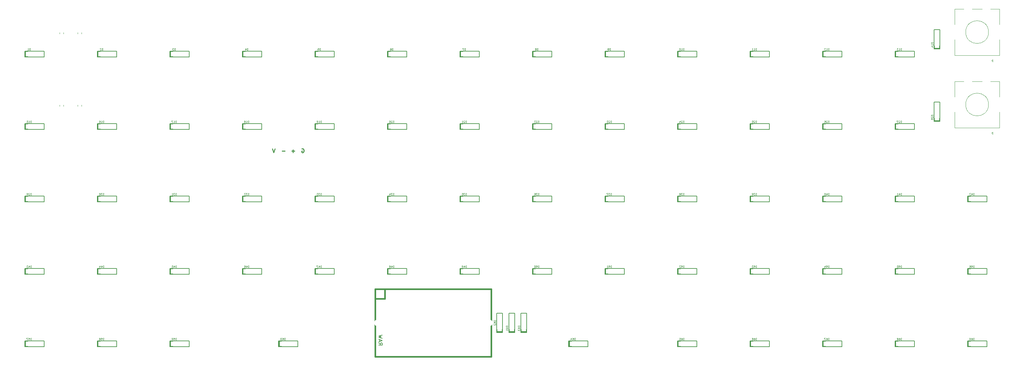
<source format=gbo>
G04 #@! TF.GenerationSoftware,KiCad,Pcbnew,(5.1.5)-3*
G04 #@! TF.CreationDate,2020-12-30T13:43:59+08:00*
G04 #@! TF.ProjectId,45ortho,34356f72-7468-46f2-9e6b-696361645f70,rev?*
G04 #@! TF.SameCoordinates,Original*
G04 #@! TF.FileFunction,Legend,Bot*
G04 #@! TF.FilePolarity,Positive*
%FSLAX46Y46*%
G04 Gerber Fmt 4.6, Leading zero omitted, Abs format (unit mm)*
G04 Created by KiCad (PCBNEW (5.1.5)-3) date 2020-12-30 13:43:59*
%MOMM*%
%LPD*%
G04 APERTURE LIST*
%ADD10C,0.250000*%
%ADD11C,0.120000*%
%ADD12C,0.381000*%
%ADD13C,0.150000*%
%ADD14C,0.125000*%
%ADD15C,2.102000*%
%ADD16R,2.102000X3.002000*%
%ADD17R,2.102000X3.302000*%
%ADD18R,2.102000X2.102000*%
%ADD19C,1.854600*%
%ADD20R,1.854600X1.854600*%
%ADD21C,1.852000*%
%ADD22C,2.352000*%
%ADD23C,4.089800*%
%ADD24C,0.100000*%
%ADD25C,1.802000*%
%ADD26O,1.802000X1.802000*%
%ADD27O,1.100000X1.700000*%
%ADD28O,1.100000X2.200000*%
%ADD29C,0.750000*%
%ADD30R,0.400000X1.550000*%
%ADD31R,0.700000X1.550000*%
%ADD32C,3.150000*%
%ADD33R,1.802000X1.802000*%
%ADD34R,1.702000X1.702000*%
%ADD35C,1.702000*%
%ADD36R,1.302000X1.702000*%
%ADD37C,0.889400*%
%ADD38O,6.102000X0.889400*%
%ADD39C,2.002000*%
%ADD40R,1.702000X1.302000*%
G04 APERTURE END LIST*
D10*
X159133095Y-100306250D02*
X159228333Y-100258630D01*
X159371190Y-100258630D01*
X159514047Y-100306250D01*
X159609285Y-100401488D01*
X159656904Y-100496726D01*
X159704523Y-100687202D01*
X159704523Y-100830059D01*
X159656904Y-101020535D01*
X159609285Y-101115773D01*
X159514047Y-101211011D01*
X159371190Y-101258630D01*
X159275952Y-101258630D01*
X159133095Y-101211011D01*
X159085476Y-101163392D01*
X159085476Y-100830059D01*
X159275952Y-100830059D01*
X157235952Y-100877678D02*
X156474047Y-100877678D01*
X156855000Y-101258630D02*
X156855000Y-100496726D01*
X154695952Y-100877678D02*
X153934047Y-100877678D01*
X152108333Y-100258630D02*
X151775000Y-101258630D01*
X151441666Y-100258630D01*
D11*
X336550000Y-89150000D02*
X336550000Y-88150000D01*
X337050000Y-88650000D02*
X336050000Y-88650000D01*
X333050000Y-82550000D02*
X330650000Y-82550000D01*
X337850000Y-82550000D02*
X335250000Y-82550000D01*
X342450000Y-82550000D02*
X340050000Y-82550000D01*
X340650000Y-95850000D02*
X340350000Y-96150000D01*
X340650000Y-96450000D02*
X340650000Y-95850000D01*
X340350000Y-96150000D02*
X340650000Y-96450000D01*
X342450000Y-94750000D02*
X330650000Y-94750000D01*
X342450000Y-90650000D02*
X342450000Y-94750000D01*
X330650000Y-90650000D02*
X330650000Y-94750000D01*
X330650000Y-82550000D02*
X330650000Y-86650000D01*
X342450000Y-86650000D02*
X342450000Y-82550000D01*
X339550000Y-88650000D02*
G75*
G03X339550000Y-88650000I-3000000J0D01*
G01*
X339550000Y-69600000D02*
G75*
G03X339550000Y-69600000I-3000000J0D01*
G01*
X342450000Y-67600000D02*
X342450000Y-63500000D01*
X330650000Y-63500000D02*
X330650000Y-67600000D01*
X330650000Y-71600000D02*
X330650000Y-75700000D01*
X342450000Y-71600000D02*
X342450000Y-75700000D01*
X342450000Y-75700000D02*
X330650000Y-75700000D01*
X340350000Y-77100000D02*
X340650000Y-77400000D01*
X340650000Y-77400000D02*
X340650000Y-76800000D01*
X340650000Y-76800000D02*
X340350000Y-77100000D01*
X342450000Y-63500000D02*
X340050000Y-63500000D01*
X337850000Y-63500000D02*
X335250000Y-63500000D01*
X333050000Y-63500000D02*
X330650000Y-63500000D01*
X337050000Y-69600000D02*
X336050000Y-69600000D01*
X336550000Y-70100000D02*
X336550000Y-69100000D01*
D12*
X180975000Y-139700000D02*
X180975000Y-137160000D01*
X178435000Y-139700000D02*
X180975000Y-139700000D01*
X208915000Y-154940000D02*
X178435000Y-154940000D01*
X208915000Y-137160000D02*
X208915000Y-154940000D01*
X178435000Y-137160000D02*
X208915000Y-137160000D01*
X178435000Y-154940000D02*
X178435000Y-137160000D01*
D11*
X96553750Y-69687221D02*
X96553750Y-70012779D01*
X95533750Y-69687221D02*
X95533750Y-70012779D01*
X101316250Y-69687221D02*
X101316250Y-70012779D01*
X100296250Y-69687221D02*
X100296250Y-70012779D01*
X96553750Y-88737221D02*
X96553750Y-89062779D01*
X95533750Y-88737221D02*
X95533750Y-89062779D01*
X101316250Y-88737221D02*
X101316250Y-89062779D01*
X100296250Y-88737221D02*
X100296250Y-89062779D01*
D13*
X218249500Y-143510000D02*
X218249500Y-148590000D01*
X218249500Y-148590000D02*
X216725500Y-148590000D01*
X216725500Y-148590000D02*
X216725500Y-143510000D01*
X216725500Y-143510000D02*
X218249500Y-143510000D01*
X218249500Y-143510000D02*
X218249500Y-144018000D01*
X218249500Y-148209000D02*
X216725500Y-148209000D01*
X216725500Y-148336000D02*
X218249500Y-148336000D01*
X218249500Y-148463000D02*
X216725500Y-148463000D01*
X216725500Y-148082000D02*
X218249500Y-148082000D01*
X218249500Y-147955000D02*
X216725500Y-147955000D01*
X218249500Y-147828000D02*
X216725500Y-147828000D01*
X326771000Y-68966250D02*
X326771000Y-74046250D01*
X326771000Y-74046250D02*
X325247000Y-74046250D01*
X325247000Y-74046250D02*
X325247000Y-68966250D01*
X325247000Y-68966250D02*
X326771000Y-68966250D01*
X326771000Y-68966250D02*
X326771000Y-69474250D01*
X326771000Y-73665250D02*
X325247000Y-73665250D01*
X325247000Y-73792250D02*
X326771000Y-73792250D01*
X326771000Y-73919250D02*
X325247000Y-73919250D01*
X325247000Y-73538250D02*
X326771000Y-73538250D01*
X326771000Y-73411250D02*
X325247000Y-73411250D01*
X326771000Y-73284250D02*
X325247000Y-73284250D01*
X320040000Y-76168250D02*
X314960000Y-76168250D01*
X314960000Y-76168250D02*
X314960000Y-74644250D01*
X314960000Y-74644250D02*
X320040000Y-74644250D01*
X320040000Y-74644250D02*
X320040000Y-76168250D01*
X320040000Y-76168250D02*
X319532000Y-76168250D01*
X315341000Y-76168250D02*
X315341000Y-74644250D01*
X315214000Y-74644250D02*
X315214000Y-76168250D01*
X315087000Y-76168250D02*
X315087000Y-74644250D01*
X315468000Y-74644250D02*
X315468000Y-76168250D01*
X315595000Y-76168250D02*
X315595000Y-74644250D01*
X315722000Y-76168250D02*
X315722000Y-74644250D01*
X300990000Y-76168250D02*
X295910000Y-76168250D01*
X295910000Y-76168250D02*
X295910000Y-74644250D01*
X295910000Y-74644250D02*
X300990000Y-74644250D01*
X300990000Y-74644250D02*
X300990000Y-76168250D01*
X300990000Y-76168250D02*
X300482000Y-76168250D01*
X296291000Y-76168250D02*
X296291000Y-74644250D01*
X296164000Y-74644250D02*
X296164000Y-76168250D01*
X296037000Y-76168250D02*
X296037000Y-74644250D01*
X296418000Y-74644250D02*
X296418000Y-76168250D01*
X296545000Y-76168250D02*
X296545000Y-74644250D01*
X296672000Y-76168250D02*
X296672000Y-74644250D01*
X281940000Y-76168250D02*
X276860000Y-76168250D01*
X276860000Y-76168250D02*
X276860000Y-74644250D01*
X276860000Y-74644250D02*
X281940000Y-74644250D01*
X281940000Y-74644250D02*
X281940000Y-76168250D01*
X281940000Y-76168250D02*
X281432000Y-76168250D01*
X277241000Y-76168250D02*
X277241000Y-74644250D01*
X277114000Y-74644250D02*
X277114000Y-76168250D01*
X276987000Y-76168250D02*
X276987000Y-74644250D01*
X277368000Y-74644250D02*
X277368000Y-76168250D01*
X277495000Y-76168250D02*
X277495000Y-74644250D01*
X277622000Y-76168250D02*
X277622000Y-74644250D01*
X262890000Y-76168250D02*
X257810000Y-76168250D01*
X257810000Y-76168250D02*
X257810000Y-74644250D01*
X257810000Y-74644250D02*
X262890000Y-74644250D01*
X262890000Y-74644250D02*
X262890000Y-76168250D01*
X262890000Y-76168250D02*
X262382000Y-76168250D01*
X258191000Y-76168250D02*
X258191000Y-74644250D01*
X258064000Y-74644250D02*
X258064000Y-76168250D01*
X257937000Y-76168250D02*
X257937000Y-74644250D01*
X258318000Y-74644250D02*
X258318000Y-76168250D01*
X258445000Y-76168250D02*
X258445000Y-74644250D01*
X258572000Y-76168250D02*
X258572000Y-74644250D01*
X243840000Y-76168250D02*
X238760000Y-76168250D01*
X238760000Y-76168250D02*
X238760000Y-74644250D01*
X238760000Y-74644250D02*
X243840000Y-74644250D01*
X243840000Y-74644250D02*
X243840000Y-76168250D01*
X243840000Y-76168250D02*
X243332000Y-76168250D01*
X239141000Y-76168250D02*
X239141000Y-74644250D01*
X239014000Y-74644250D02*
X239014000Y-76168250D01*
X238887000Y-76168250D02*
X238887000Y-74644250D01*
X239268000Y-74644250D02*
X239268000Y-76168250D01*
X239395000Y-76168250D02*
X239395000Y-74644250D01*
X239522000Y-76168250D02*
X239522000Y-74644250D01*
X224790000Y-76168250D02*
X219710000Y-76168250D01*
X219710000Y-76168250D02*
X219710000Y-74644250D01*
X219710000Y-74644250D02*
X224790000Y-74644250D01*
X224790000Y-74644250D02*
X224790000Y-76168250D01*
X224790000Y-76168250D02*
X224282000Y-76168250D01*
X220091000Y-76168250D02*
X220091000Y-74644250D01*
X219964000Y-74644250D02*
X219964000Y-76168250D01*
X219837000Y-76168250D02*
X219837000Y-74644250D01*
X220218000Y-74644250D02*
X220218000Y-76168250D01*
X220345000Y-76168250D02*
X220345000Y-74644250D01*
X220472000Y-76168250D02*
X220472000Y-74644250D01*
X205740000Y-76168250D02*
X200660000Y-76168250D01*
X200660000Y-76168250D02*
X200660000Y-74644250D01*
X200660000Y-74644250D02*
X205740000Y-74644250D01*
X205740000Y-74644250D02*
X205740000Y-76168250D01*
X205740000Y-76168250D02*
X205232000Y-76168250D01*
X201041000Y-76168250D02*
X201041000Y-74644250D01*
X200914000Y-74644250D02*
X200914000Y-76168250D01*
X200787000Y-76168250D02*
X200787000Y-74644250D01*
X201168000Y-74644250D02*
X201168000Y-76168250D01*
X201295000Y-76168250D02*
X201295000Y-74644250D01*
X201422000Y-76168250D02*
X201422000Y-74644250D01*
X186690000Y-76168250D02*
X181610000Y-76168250D01*
X181610000Y-76168250D02*
X181610000Y-74644250D01*
X181610000Y-74644250D02*
X186690000Y-74644250D01*
X186690000Y-74644250D02*
X186690000Y-76168250D01*
X186690000Y-76168250D02*
X186182000Y-76168250D01*
X181991000Y-76168250D02*
X181991000Y-74644250D01*
X181864000Y-74644250D02*
X181864000Y-76168250D01*
X181737000Y-76168250D02*
X181737000Y-74644250D01*
X182118000Y-74644250D02*
X182118000Y-76168250D01*
X182245000Y-76168250D02*
X182245000Y-74644250D01*
X182372000Y-76168250D02*
X182372000Y-74644250D01*
X167640000Y-76168250D02*
X162560000Y-76168250D01*
X162560000Y-76168250D02*
X162560000Y-74644250D01*
X162560000Y-74644250D02*
X167640000Y-74644250D01*
X167640000Y-74644250D02*
X167640000Y-76168250D01*
X167640000Y-76168250D02*
X167132000Y-76168250D01*
X162941000Y-76168250D02*
X162941000Y-74644250D01*
X162814000Y-74644250D02*
X162814000Y-76168250D01*
X162687000Y-76168250D02*
X162687000Y-74644250D01*
X163068000Y-74644250D02*
X163068000Y-76168250D01*
X163195000Y-76168250D02*
X163195000Y-74644250D01*
X163322000Y-76168250D02*
X163322000Y-74644250D01*
X148590000Y-76168250D02*
X143510000Y-76168250D01*
X143510000Y-76168250D02*
X143510000Y-74644250D01*
X143510000Y-74644250D02*
X148590000Y-74644250D01*
X148590000Y-74644250D02*
X148590000Y-76168250D01*
X148590000Y-76168250D02*
X148082000Y-76168250D01*
X143891000Y-76168250D02*
X143891000Y-74644250D01*
X143764000Y-74644250D02*
X143764000Y-76168250D01*
X143637000Y-76168250D02*
X143637000Y-74644250D01*
X144018000Y-74644250D02*
X144018000Y-76168250D01*
X144145000Y-76168250D02*
X144145000Y-74644250D01*
X144272000Y-76168250D02*
X144272000Y-74644250D01*
X129540000Y-76168250D02*
X124460000Y-76168250D01*
X124460000Y-76168250D02*
X124460000Y-74644250D01*
X124460000Y-74644250D02*
X129540000Y-74644250D01*
X129540000Y-74644250D02*
X129540000Y-76168250D01*
X129540000Y-76168250D02*
X129032000Y-76168250D01*
X124841000Y-76168250D02*
X124841000Y-74644250D01*
X124714000Y-74644250D02*
X124714000Y-76168250D01*
X124587000Y-76168250D02*
X124587000Y-74644250D01*
X124968000Y-74644250D02*
X124968000Y-76168250D01*
X125095000Y-76168250D02*
X125095000Y-74644250D01*
X125222000Y-76168250D02*
X125222000Y-74644250D01*
X110490000Y-76168250D02*
X105410000Y-76168250D01*
X105410000Y-76168250D02*
X105410000Y-74644250D01*
X105410000Y-74644250D02*
X110490000Y-74644250D01*
X110490000Y-74644250D02*
X110490000Y-76168250D01*
X110490000Y-76168250D02*
X109982000Y-76168250D01*
X105791000Y-76168250D02*
X105791000Y-74644250D01*
X105664000Y-74644250D02*
X105664000Y-76168250D01*
X105537000Y-76168250D02*
X105537000Y-74644250D01*
X105918000Y-74644250D02*
X105918000Y-76168250D01*
X106045000Y-76168250D02*
X106045000Y-74644250D01*
X106172000Y-76168250D02*
X106172000Y-74644250D01*
X91440000Y-76168250D02*
X86360000Y-76168250D01*
X86360000Y-76168250D02*
X86360000Y-74644250D01*
X86360000Y-74644250D02*
X91440000Y-74644250D01*
X91440000Y-74644250D02*
X91440000Y-76168250D01*
X91440000Y-76168250D02*
X90932000Y-76168250D01*
X86741000Y-76168250D02*
X86741000Y-74644250D01*
X86614000Y-74644250D02*
X86614000Y-76168250D01*
X86487000Y-76168250D02*
X86487000Y-74644250D01*
X86868000Y-74644250D02*
X86868000Y-76168250D01*
X86995000Y-76168250D02*
X86995000Y-74644250D01*
X87122000Y-76168250D02*
X87122000Y-74644250D01*
X339090000Y-152368250D02*
X334010000Y-152368250D01*
X334010000Y-152368250D02*
X334010000Y-150844250D01*
X334010000Y-150844250D02*
X339090000Y-150844250D01*
X339090000Y-150844250D02*
X339090000Y-152368250D01*
X339090000Y-152368250D02*
X338582000Y-152368250D01*
X334391000Y-152368250D02*
X334391000Y-150844250D01*
X334264000Y-150844250D02*
X334264000Y-152368250D01*
X334137000Y-152368250D02*
X334137000Y-150844250D01*
X334518000Y-150844250D02*
X334518000Y-152368250D01*
X334645000Y-152368250D02*
X334645000Y-150844250D01*
X334772000Y-152368250D02*
X334772000Y-150844250D01*
X320040000Y-152368250D02*
X314960000Y-152368250D01*
X314960000Y-152368250D02*
X314960000Y-150844250D01*
X314960000Y-150844250D02*
X320040000Y-150844250D01*
X320040000Y-150844250D02*
X320040000Y-152368250D01*
X320040000Y-152368250D02*
X319532000Y-152368250D01*
X315341000Y-152368250D02*
X315341000Y-150844250D01*
X315214000Y-150844250D02*
X315214000Y-152368250D01*
X315087000Y-152368250D02*
X315087000Y-150844250D01*
X315468000Y-150844250D02*
X315468000Y-152368250D01*
X315595000Y-152368250D02*
X315595000Y-150844250D01*
X315722000Y-152368250D02*
X315722000Y-150844250D01*
X300990000Y-152368250D02*
X295910000Y-152368250D01*
X295910000Y-152368250D02*
X295910000Y-150844250D01*
X295910000Y-150844250D02*
X300990000Y-150844250D01*
X300990000Y-150844250D02*
X300990000Y-152368250D01*
X300990000Y-152368250D02*
X300482000Y-152368250D01*
X296291000Y-152368250D02*
X296291000Y-150844250D01*
X296164000Y-150844250D02*
X296164000Y-152368250D01*
X296037000Y-152368250D02*
X296037000Y-150844250D01*
X296418000Y-150844250D02*
X296418000Y-152368250D01*
X296545000Y-152368250D02*
X296545000Y-150844250D01*
X296672000Y-152368250D02*
X296672000Y-150844250D01*
X281940000Y-152368250D02*
X276860000Y-152368250D01*
X276860000Y-152368250D02*
X276860000Y-150844250D01*
X276860000Y-150844250D02*
X281940000Y-150844250D01*
X281940000Y-150844250D02*
X281940000Y-152368250D01*
X281940000Y-152368250D02*
X281432000Y-152368250D01*
X277241000Y-152368250D02*
X277241000Y-150844250D01*
X277114000Y-150844250D02*
X277114000Y-152368250D01*
X276987000Y-152368250D02*
X276987000Y-150844250D01*
X277368000Y-150844250D02*
X277368000Y-152368250D01*
X277495000Y-152368250D02*
X277495000Y-150844250D01*
X277622000Y-152368250D02*
X277622000Y-150844250D01*
X262890000Y-152368250D02*
X257810000Y-152368250D01*
X257810000Y-152368250D02*
X257810000Y-150844250D01*
X257810000Y-150844250D02*
X262890000Y-150844250D01*
X262890000Y-150844250D02*
X262890000Y-152368250D01*
X262890000Y-152368250D02*
X262382000Y-152368250D01*
X258191000Y-152368250D02*
X258191000Y-150844250D01*
X258064000Y-150844250D02*
X258064000Y-152368250D01*
X257937000Y-152368250D02*
X257937000Y-150844250D01*
X258318000Y-150844250D02*
X258318000Y-152368250D01*
X258445000Y-152368250D02*
X258445000Y-150844250D01*
X258572000Y-152368250D02*
X258572000Y-150844250D01*
X234315000Y-152368250D02*
X229235000Y-152368250D01*
X229235000Y-152368250D02*
X229235000Y-150844250D01*
X229235000Y-150844250D02*
X234315000Y-150844250D01*
X234315000Y-150844250D02*
X234315000Y-152368250D01*
X234315000Y-152368250D02*
X233807000Y-152368250D01*
X229616000Y-152368250D02*
X229616000Y-150844250D01*
X229489000Y-150844250D02*
X229489000Y-152368250D01*
X229362000Y-152368250D02*
X229362000Y-150844250D01*
X229743000Y-150844250D02*
X229743000Y-152368250D01*
X229870000Y-152368250D02*
X229870000Y-150844250D01*
X229997000Y-152368250D02*
X229997000Y-150844250D01*
X211899500Y-143510000D02*
X211899500Y-148590000D01*
X211899500Y-148590000D02*
X210375500Y-148590000D01*
X210375500Y-148590000D02*
X210375500Y-143510000D01*
X210375500Y-143510000D02*
X211899500Y-143510000D01*
X211899500Y-143510000D02*
X211899500Y-144018000D01*
X211899500Y-148209000D02*
X210375500Y-148209000D01*
X210375500Y-148336000D02*
X211899500Y-148336000D01*
X211899500Y-148463000D02*
X210375500Y-148463000D01*
X210375500Y-148082000D02*
X211899500Y-148082000D01*
X211899500Y-147955000D02*
X210375500Y-147955000D01*
X211899500Y-147828000D02*
X210375500Y-147828000D01*
X215074500Y-143510000D02*
X215074500Y-148590000D01*
X215074500Y-148590000D02*
X213550500Y-148590000D01*
X213550500Y-148590000D02*
X213550500Y-143510000D01*
X213550500Y-143510000D02*
X215074500Y-143510000D01*
X215074500Y-143510000D02*
X215074500Y-144018000D01*
X215074500Y-148209000D02*
X213550500Y-148209000D01*
X213550500Y-148336000D02*
X215074500Y-148336000D01*
X215074500Y-148463000D02*
X213550500Y-148463000D01*
X213550500Y-148082000D02*
X215074500Y-148082000D01*
X215074500Y-147955000D02*
X213550500Y-147955000D01*
X215074500Y-147828000D02*
X213550500Y-147828000D01*
X158115000Y-152368250D02*
X153035000Y-152368250D01*
X153035000Y-152368250D02*
X153035000Y-150844250D01*
X153035000Y-150844250D02*
X158115000Y-150844250D01*
X158115000Y-150844250D02*
X158115000Y-152368250D01*
X158115000Y-152368250D02*
X157607000Y-152368250D01*
X153416000Y-152368250D02*
X153416000Y-150844250D01*
X153289000Y-150844250D02*
X153289000Y-152368250D01*
X153162000Y-152368250D02*
X153162000Y-150844250D01*
X153543000Y-150844250D02*
X153543000Y-152368250D01*
X153670000Y-152368250D02*
X153670000Y-150844250D01*
X153797000Y-152368250D02*
X153797000Y-150844250D01*
X129540000Y-152368250D02*
X124460000Y-152368250D01*
X124460000Y-152368250D02*
X124460000Y-150844250D01*
X124460000Y-150844250D02*
X129540000Y-150844250D01*
X129540000Y-150844250D02*
X129540000Y-152368250D01*
X129540000Y-152368250D02*
X129032000Y-152368250D01*
X124841000Y-152368250D02*
X124841000Y-150844250D01*
X124714000Y-150844250D02*
X124714000Y-152368250D01*
X124587000Y-152368250D02*
X124587000Y-150844250D01*
X124968000Y-150844250D02*
X124968000Y-152368250D01*
X125095000Y-152368250D02*
X125095000Y-150844250D01*
X125222000Y-152368250D02*
X125222000Y-150844250D01*
X110490000Y-152368250D02*
X105410000Y-152368250D01*
X105410000Y-152368250D02*
X105410000Y-150844250D01*
X105410000Y-150844250D02*
X110490000Y-150844250D01*
X110490000Y-150844250D02*
X110490000Y-152368250D01*
X110490000Y-152368250D02*
X109982000Y-152368250D01*
X105791000Y-152368250D02*
X105791000Y-150844250D01*
X105664000Y-150844250D02*
X105664000Y-152368250D01*
X105537000Y-152368250D02*
X105537000Y-150844250D01*
X105918000Y-150844250D02*
X105918000Y-152368250D01*
X106045000Y-152368250D02*
X106045000Y-150844250D01*
X106172000Y-152368250D02*
X106172000Y-150844250D01*
X91440000Y-152368250D02*
X86360000Y-152368250D01*
X86360000Y-152368250D02*
X86360000Y-150844250D01*
X86360000Y-150844250D02*
X91440000Y-150844250D01*
X91440000Y-150844250D02*
X91440000Y-152368250D01*
X91440000Y-152368250D02*
X90932000Y-152368250D01*
X86741000Y-152368250D02*
X86741000Y-150844250D01*
X86614000Y-150844250D02*
X86614000Y-152368250D01*
X86487000Y-152368250D02*
X86487000Y-150844250D01*
X86868000Y-150844250D02*
X86868000Y-152368250D01*
X86995000Y-152368250D02*
X86995000Y-150844250D01*
X87122000Y-152368250D02*
X87122000Y-150844250D01*
X339090000Y-133318250D02*
X334010000Y-133318250D01*
X334010000Y-133318250D02*
X334010000Y-131794250D01*
X334010000Y-131794250D02*
X339090000Y-131794250D01*
X339090000Y-131794250D02*
X339090000Y-133318250D01*
X339090000Y-133318250D02*
X338582000Y-133318250D01*
X334391000Y-133318250D02*
X334391000Y-131794250D01*
X334264000Y-131794250D02*
X334264000Y-133318250D01*
X334137000Y-133318250D02*
X334137000Y-131794250D01*
X334518000Y-131794250D02*
X334518000Y-133318250D01*
X334645000Y-133318250D02*
X334645000Y-131794250D01*
X334772000Y-133318250D02*
X334772000Y-131794250D01*
X320040000Y-133318250D02*
X314960000Y-133318250D01*
X314960000Y-133318250D02*
X314960000Y-131794250D01*
X314960000Y-131794250D02*
X320040000Y-131794250D01*
X320040000Y-131794250D02*
X320040000Y-133318250D01*
X320040000Y-133318250D02*
X319532000Y-133318250D01*
X315341000Y-133318250D02*
X315341000Y-131794250D01*
X315214000Y-131794250D02*
X315214000Y-133318250D01*
X315087000Y-133318250D02*
X315087000Y-131794250D01*
X315468000Y-131794250D02*
X315468000Y-133318250D01*
X315595000Y-133318250D02*
X315595000Y-131794250D01*
X315722000Y-133318250D02*
X315722000Y-131794250D01*
X300990000Y-133318250D02*
X295910000Y-133318250D01*
X295910000Y-133318250D02*
X295910000Y-131794250D01*
X295910000Y-131794250D02*
X300990000Y-131794250D01*
X300990000Y-131794250D02*
X300990000Y-133318250D01*
X300990000Y-133318250D02*
X300482000Y-133318250D01*
X296291000Y-133318250D02*
X296291000Y-131794250D01*
X296164000Y-131794250D02*
X296164000Y-133318250D01*
X296037000Y-133318250D02*
X296037000Y-131794250D01*
X296418000Y-131794250D02*
X296418000Y-133318250D01*
X296545000Y-133318250D02*
X296545000Y-131794250D01*
X296672000Y-133318250D02*
X296672000Y-131794250D01*
X281940000Y-133318250D02*
X276860000Y-133318250D01*
X276860000Y-133318250D02*
X276860000Y-131794250D01*
X276860000Y-131794250D02*
X281940000Y-131794250D01*
X281940000Y-131794250D02*
X281940000Y-133318250D01*
X281940000Y-133318250D02*
X281432000Y-133318250D01*
X277241000Y-133318250D02*
X277241000Y-131794250D01*
X277114000Y-131794250D02*
X277114000Y-133318250D01*
X276987000Y-133318250D02*
X276987000Y-131794250D01*
X277368000Y-131794250D02*
X277368000Y-133318250D01*
X277495000Y-133318250D02*
X277495000Y-131794250D01*
X277622000Y-133318250D02*
X277622000Y-131794250D01*
X262890000Y-133318250D02*
X257810000Y-133318250D01*
X257810000Y-133318250D02*
X257810000Y-131794250D01*
X257810000Y-131794250D02*
X262890000Y-131794250D01*
X262890000Y-131794250D02*
X262890000Y-133318250D01*
X262890000Y-133318250D02*
X262382000Y-133318250D01*
X258191000Y-133318250D02*
X258191000Y-131794250D01*
X258064000Y-131794250D02*
X258064000Y-133318250D01*
X257937000Y-133318250D02*
X257937000Y-131794250D01*
X258318000Y-131794250D02*
X258318000Y-133318250D01*
X258445000Y-133318250D02*
X258445000Y-131794250D01*
X258572000Y-133318250D02*
X258572000Y-131794250D01*
X243840000Y-133318250D02*
X238760000Y-133318250D01*
X238760000Y-133318250D02*
X238760000Y-131794250D01*
X238760000Y-131794250D02*
X243840000Y-131794250D01*
X243840000Y-131794250D02*
X243840000Y-133318250D01*
X243840000Y-133318250D02*
X243332000Y-133318250D01*
X239141000Y-133318250D02*
X239141000Y-131794250D01*
X239014000Y-131794250D02*
X239014000Y-133318250D01*
X238887000Y-133318250D02*
X238887000Y-131794250D01*
X239268000Y-131794250D02*
X239268000Y-133318250D01*
X239395000Y-133318250D02*
X239395000Y-131794250D01*
X239522000Y-133318250D02*
X239522000Y-131794250D01*
X224790000Y-133318250D02*
X219710000Y-133318250D01*
X219710000Y-133318250D02*
X219710000Y-131794250D01*
X219710000Y-131794250D02*
X224790000Y-131794250D01*
X224790000Y-131794250D02*
X224790000Y-133318250D01*
X224790000Y-133318250D02*
X224282000Y-133318250D01*
X220091000Y-133318250D02*
X220091000Y-131794250D01*
X219964000Y-131794250D02*
X219964000Y-133318250D01*
X219837000Y-133318250D02*
X219837000Y-131794250D01*
X220218000Y-131794250D02*
X220218000Y-133318250D01*
X220345000Y-133318250D02*
X220345000Y-131794250D01*
X220472000Y-133318250D02*
X220472000Y-131794250D01*
X205740000Y-133318250D02*
X200660000Y-133318250D01*
X200660000Y-133318250D02*
X200660000Y-131794250D01*
X200660000Y-131794250D02*
X205740000Y-131794250D01*
X205740000Y-131794250D02*
X205740000Y-133318250D01*
X205740000Y-133318250D02*
X205232000Y-133318250D01*
X201041000Y-133318250D02*
X201041000Y-131794250D01*
X200914000Y-131794250D02*
X200914000Y-133318250D01*
X200787000Y-133318250D02*
X200787000Y-131794250D01*
X201168000Y-131794250D02*
X201168000Y-133318250D01*
X201295000Y-133318250D02*
X201295000Y-131794250D01*
X201422000Y-133318250D02*
X201422000Y-131794250D01*
X186690000Y-133318250D02*
X181610000Y-133318250D01*
X181610000Y-133318250D02*
X181610000Y-131794250D01*
X181610000Y-131794250D02*
X186690000Y-131794250D01*
X186690000Y-131794250D02*
X186690000Y-133318250D01*
X186690000Y-133318250D02*
X186182000Y-133318250D01*
X181991000Y-133318250D02*
X181991000Y-131794250D01*
X181864000Y-131794250D02*
X181864000Y-133318250D01*
X181737000Y-133318250D02*
X181737000Y-131794250D01*
X182118000Y-131794250D02*
X182118000Y-133318250D01*
X182245000Y-133318250D02*
X182245000Y-131794250D01*
X182372000Y-133318250D02*
X182372000Y-131794250D01*
X167640000Y-133318250D02*
X162560000Y-133318250D01*
X162560000Y-133318250D02*
X162560000Y-131794250D01*
X162560000Y-131794250D02*
X167640000Y-131794250D01*
X167640000Y-131794250D02*
X167640000Y-133318250D01*
X167640000Y-133318250D02*
X167132000Y-133318250D01*
X162941000Y-133318250D02*
X162941000Y-131794250D01*
X162814000Y-131794250D02*
X162814000Y-133318250D01*
X162687000Y-133318250D02*
X162687000Y-131794250D01*
X163068000Y-131794250D02*
X163068000Y-133318250D01*
X163195000Y-133318250D02*
X163195000Y-131794250D01*
X163322000Y-133318250D02*
X163322000Y-131794250D01*
X148590000Y-133318250D02*
X143510000Y-133318250D01*
X143510000Y-133318250D02*
X143510000Y-131794250D01*
X143510000Y-131794250D02*
X148590000Y-131794250D01*
X148590000Y-131794250D02*
X148590000Y-133318250D01*
X148590000Y-133318250D02*
X148082000Y-133318250D01*
X143891000Y-133318250D02*
X143891000Y-131794250D01*
X143764000Y-131794250D02*
X143764000Y-133318250D01*
X143637000Y-133318250D02*
X143637000Y-131794250D01*
X144018000Y-131794250D02*
X144018000Y-133318250D01*
X144145000Y-133318250D02*
X144145000Y-131794250D01*
X144272000Y-133318250D02*
X144272000Y-131794250D01*
X129540000Y-133318250D02*
X124460000Y-133318250D01*
X124460000Y-133318250D02*
X124460000Y-131794250D01*
X124460000Y-131794250D02*
X129540000Y-131794250D01*
X129540000Y-131794250D02*
X129540000Y-133318250D01*
X129540000Y-133318250D02*
X129032000Y-133318250D01*
X124841000Y-133318250D02*
X124841000Y-131794250D01*
X124714000Y-131794250D02*
X124714000Y-133318250D01*
X124587000Y-133318250D02*
X124587000Y-131794250D01*
X124968000Y-131794250D02*
X124968000Y-133318250D01*
X125095000Y-133318250D02*
X125095000Y-131794250D01*
X125222000Y-133318250D02*
X125222000Y-131794250D01*
X110490000Y-133318250D02*
X105410000Y-133318250D01*
X105410000Y-133318250D02*
X105410000Y-131794250D01*
X105410000Y-131794250D02*
X110490000Y-131794250D01*
X110490000Y-131794250D02*
X110490000Y-133318250D01*
X110490000Y-133318250D02*
X109982000Y-133318250D01*
X105791000Y-133318250D02*
X105791000Y-131794250D01*
X105664000Y-131794250D02*
X105664000Y-133318250D01*
X105537000Y-133318250D02*
X105537000Y-131794250D01*
X105918000Y-131794250D02*
X105918000Y-133318250D01*
X106045000Y-133318250D02*
X106045000Y-131794250D01*
X106172000Y-133318250D02*
X106172000Y-131794250D01*
X91440000Y-133318250D02*
X86360000Y-133318250D01*
X86360000Y-133318250D02*
X86360000Y-131794250D01*
X86360000Y-131794250D02*
X91440000Y-131794250D01*
X91440000Y-131794250D02*
X91440000Y-133318250D01*
X91440000Y-133318250D02*
X90932000Y-133318250D01*
X86741000Y-133318250D02*
X86741000Y-131794250D01*
X86614000Y-131794250D02*
X86614000Y-133318250D01*
X86487000Y-133318250D02*
X86487000Y-131794250D01*
X86868000Y-131794250D02*
X86868000Y-133318250D01*
X86995000Y-133318250D02*
X86995000Y-131794250D01*
X87122000Y-133318250D02*
X87122000Y-131794250D01*
X339090000Y-114268250D02*
X334010000Y-114268250D01*
X334010000Y-114268250D02*
X334010000Y-112744250D01*
X334010000Y-112744250D02*
X339090000Y-112744250D01*
X339090000Y-112744250D02*
X339090000Y-114268250D01*
X339090000Y-114268250D02*
X338582000Y-114268250D01*
X334391000Y-114268250D02*
X334391000Y-112744250D01*
X334264000Y-112744250D02*
X334264000Y-114268250D01*
X334137000Y-114268250D02*
X334137000Y-112744250D01*
X334518000Y-112744250D02*
X334518000Y-114268250D01*
X334645000Y-114268250D02*
X334645000Y-112744250D01*
X334772000Y-114268250D02*
X334772000Y-112744250D01*
X320040000Y-114268250D02*
X314960000Y-114268250D01*
X314960000Y-114268250D02*
X314960000Y-112744250D01*
X314960000Y-112744250D02*
X320040000Y-112744250D01*
X320040000Y-112744250D02*
X320040000Y-114268250D01*
X320040000Y-114268250D02*
X319532000Y-114268250D01*
X315341000Y-114268250D02*
X315341000Y-112744250D01*
X315214000Y-112744250D02*
X315214000Y-114268250D01*
X315087000Y-114268250D02*
X315087000Y-112744250D01*
X315468000Y-112744250D02*
X315468000Y-114268250D01*
X315595000Y-114268250D02*
X315595000Y-112744250D01*
X315722000Y-114268250D02*
X315722000Y-112744250D01*
X300990000Y-114268250D02*
X295910000Y-114268250D01*
X295910000Y-114268250D02*
X295910000Y-112744250D01*
X295910000Y-112744250D02*
X300990000Y-112744250D01*
X300990000Y-112744250D02*
X300990000Y-114268250D01*
X300990000Y-114268250D02*
X300482000Y-114268250D01*
X296291000Y-114268250D02*
X296291000Y-112744250D01*
X296164000Y-112744250D02*
X296164000Y-114268250D01*
X296037000Y-114268250D02*
X296037000Y-112744250D01*
X296418000Y-112744250D02*
X296418000Y-114268250D01*
X296545000Y-114268250D02*
X296545000Y-112744250D01*
X296672000Y-114268250D02*
X296672000Y-112744250D01*
X281940000Y-114268250D02*
X276860000Y-114268250D01*
X276860000Y-114268250D02*
X276860000Y-112744250D01*
X276860000Y-112744250D02*
X281940000Y-112744250D01*
X281940000Y-112744250D02*
X281940000Y-114268250D01*
X281940000Y-114268250D02*
X281432000Y-114268250D01*
X277241000Y-114268250D02*
X277241000Y-112744250D01*
X277114000Y-112744250D02*
X277114000Y-114268250D01*
X276987000Y-114268250D02*
X276987000Y-112744250D01*
X277368000Y-112744250D02*
X277368000Y-114268250D01*
X277495000Y-114268250D02*
X277495000Y-112744250D01*
X277622000Y-114268250D02*
X277622000Y-112744250D01*
X262890000Y-114268250D02*
X257810000Y-114268250D01*
X257810000Y-114268250D02*
X257810000Y-112744250D01*
X257810000Y-112744250D02*
X262890000Y-112744250D01*
X262890000Y-112744250D02*
X262890000Y-114268250D01*
X262890000Y-114268250D02*
X262382000Y-114268250D01*
X258191000Y-114268250D02*
X258191000Y-112744250D01*
X258064000Y-112744250D02*
X258064000Y-114268250D01*
X257937000Y-114268250D02*
X257937000Y-112744250D01*
X258318000Y-112744250D02*
X258318000Y-114268250D01*
X258445000Y-114268250D02*
X258445000Y-112744250D01*
X258572000Y-114268250D02*
X258572000Y-112744250D01*
X243840000Y-114268250D02*
X238760000Y-114268250D01*
X238760000Y-114268250D02*
X238760000Y-112744250D01*
X238760000Y-112744250D02*
X243840000Y-112744250D01*
X243840000Y-112744250D02*
X243840000Y-114268250D01*
X243840000Y-114268250D02*
X243332000Y-114268250D01*
X239141000Y-114268250D02*
X239141000Y-112744250D01*
X239014000Y-112744250D02*
X239014000Y-114268250D01*
X238887000Y-114268250D02*
X238887000Y-112744250D01*
X239268000Y-112744250D02*
X239268000Y-114268250D01*
X239395000Y-114268250D02*
X239395000Y-112744250D01*
X239522000Y-114268250D02*
X239522000Y-112744250D01*
X224790000Y-114268250D02*
X219710000Y-114268250D01*
X219710000Y-114268250D02*
X219710000Y-112744250D01*
X219710000Y-112744250D02*
X224790000Y-112744250D01*
X224790000Y-112744250D02*
X224790000Y-114268250D01*
X224790000Y-114268250D02*
X224282000Y-114268250D01*
X220091000Y-114268250D02*
X220091000Y-112744250D01*
X219964000Y-112744250D02*
X219964000Y-114268250D01*
X219837000Y-114268250D02*
X219837000Y-112744250D01*
X220218000Y-112744250D02*
X220218000Y-114268250D01*
X220345000Y-114268250D02*
X220345000Y-112744250D01*
X220472000Y-114268250D02*
X220472000Y-112744250D01*
X205740000Y-114268250D02*
X200660000Y-114268250D01*
X200660000Y-114268250D02*
X200660000Y-112744250D01*
X200660000Y-112744250D02*
X205740000Y-112744250D01*
X205740000Y-112744250D02*
X205740000Y-114268250D01*
X205740000Y-114268250D02*
X205232000Y-114268250D01*
X201041000Y-114268250D02*
X201041000Y-112744250D01*
X200914000Y-112744250D02*
X200914000Y-114268250D01*
X200787000Y-114268250D02*
X200787000Y-112744250D01*
X201168000Y-112744250D02*
X201168000Y-114268250D01*
X201295000Y-114268250D02*
X201295000Y-112744250D01*
X201422000Y-114268250D02*
X201422000Y-112744250D01*
X186690000Y-114268250D02*
X181610000Y-114268250D01*
X181610000Y-114268250D02*
X181610000Y-112744250D01*
X181610000Y-112744250D02*
X186690000Y-112744250D01*
X186690000Y-112744250D02*
X186690000Y-114268250D01*
X186690000Y-114268250D02*
X186182000Y-114268250D01*
X181991000Y-114268250D02*
X181991000Y-112744250D01*
X181864000Y-112744250D02*
X181864000Y-114268250D01*
X181737000Y-114268250D02*
X181737000Y-112744250D01*
X182118000Y-112744250D02*
X182118000Y-114268250D01*
X182245000Y-114268250D02*
X182245000Y-112744250D01*
X182372000Y-114268250D02*
X182372000Y-112744250D01*
X167640000Y-114268250D02*
X162560000Y-114268250D01*
X162560000Y-114268250D02*
X162560000Y-112744250D01*
X162560000Y-112744250D02*
X167640000Y-112744250D01*
X167640000Y-112744250D02*
X167640000Y-114268250D01*
X167640000Y-114268250D02*
X167132000Y-114268250D01*
X162941000Y-114268250D02*
X162941000Y-112744250D01*
X162814000Y-112744250D02*
X162814000Y-114268250D01*
X162687000Y-114268250D02*
X162687000Y-112744250D01*
X163068000Y-112744250D02*
X163068000Y-114268250D01*
X163195000Y-114268250D02*
X163195000Y-112744250D01*
X163322000Y-114268250D02*
X163322000Y-112744250D01*
X148590000Y-114268250D02*
X143510000Y-114268250D01*
X143510000Y-114268250D02*
X143510000Y-112744250D01*
X143510000Y-112744250D02*
X148590000Y-112744250D01*
X148590000Y-112744250D02*
X148590000Y-114268250D01*
X148590000Y-114268250D02*
X148082000Y-114268250D01*
X143891000Y-114268250D02*
X143891000Y-112744250D01*
X143764000Y-112744250D02*
X143764000Y-114268250D01*
X143637000Y-114268250D02*
X143637000Y-112744250D01*
X144018000Y-112744250D02*
X144018000Y-114268250D01*
X144145000Y-114268250D02*
X144145000Y-112744250D01*
X144272000Y-114268250D02*
X144272000Y-112744250D01*
X129540000Y-114268250D02*
X124460000Y-114268250D01*
X124460000Y-114268250D02*
X124460000Y-112744250D01*
X124460000Y-112744250D02*
X129540000Y-112744250D01*
X129540000Y-112744250D02*
X129540000Y-114268250D01*
X129540000Y-114268250D02*
X129032000Y-114268250D01*
X124841000Y-114268250D02*
X124841000Y-112744250D01*
X124714000Y-112744250D02*
X124714000Y-114268250D01*
X124587000Y-114268250D02*
X124587000Y-112744250D01*
X124968000Y-112744250D02*
X124968000Y-114268250D01*
X125095000Y-114268250D02*
X125095000Y-112744250D01*
X125222000Y-114268250D02*
X125222000Y-112744250D01*
X110490000Y-114268250D02*
X105410000Y-114268250D01*
X105410000Y-114268250D02*
X105410000Y-112744250D01*
X105410000Y-112744250D02*
X110490000Y-112744250D01*
X110490000Y-112744250D02*
X110490000Y-114268250D01*
X110490000Y-114268250D02*
X109982000Y-114268250D01*
X105791000Y-114268250D02*
X105791000Y-112744250D01*
X105664000Y-112744250D02*
X105664000Y-114268250D01*
X105537000Y-114268250D02*
X105537000Y-112744250D01*
X105918000Y-112744250D02*
X105918000Y-114268250D01*
X106045000Y-114268250D02*
X106045000Y-112744250D01*
X106172000Y-114268250D02*
X106172000Y-112744250D01*
X91440000Y-114268250D02*
X86360000Y-114268250D01*
X86360000Y-114268250D02*
X86360000Y-112744250D01*
X86360000Y-112744250D02*
X91440000Y-112744250D01*
X91440000Y-112744250D02*
X91440000Y-114268250D01*
X91440000Y-114268250D02*
X90932000Y-114268250D01*
X86741000Y-114268250D02*
X86741000Y-112744250D01*
X86614000Y-112744250D02*
X86614000Y-114268250D01*
X86487000Y-114268250D02*
X86487000Y-112744250D01*
X86868000Y-112744250D02*
X86868000Y-114268250D01*
X86995000Y-114268250D02*
X86995000Y-112744250D01*
X87122000Y-114268250D02*
X87122000Y-112744250D01*
X326771000Y-88016250D02*
X326771000Y-93096250D01*
X326771000Y-93096250D02*
X325247000Y-93096250D01*
X325247000Y-93096250D02*
X325247000Y-88016250D01*
X325247000Y-88016250D02*
X326771000Y-88016250D01*
X326771000Y-88016250D02*
X326771000Y-88524250D01*
X326771000Y-92715250D02*
X325247000Y-92715250D01*
X325247000Y-92842250D02*
X326771000Y-92842250D01*
X326771000Y-92969250D02*
X325247000Y-92969250D01*
X325247000Y-92588250D02*
X326771000Y-92588250D01*
X326771000Y-92461250D02*
X325247000Y-92461250D01*
X326771000Y-92334250D02*
X325247000Y-92334250D01*
X320040000Y-95218250D02*
X314960000Y-95218250D01*
X314960000Y-95218250D02*
X314960000Y-93694250D01*
X314960000Y-93694250D02*
X320040000Y-93694250D01*
X320040000Y-93694250D02*
X320040000Y-95218250D01*
X320040000Y-95218250D02*
X319532000Y-95218250D01*
X315341000Y-95218250D02*
X315341000Y-93694250D01*
X315214000Y-93694250D02*
X315214000Y-95218250D01*
X315087000Y-95218250D02*
X315087000Y-93694250D01*
X315468000Y-93694250D02*
X315468000Y-95218250D01*
X315595000Y-95218250D02*
X315595000Y-93694250D01*
X315722000Y-95218250D02*
X315722000Y-93694250D01*
X300990000Y-95218250D02*
X295910000Y-95218250D01*
X295910000Y-95218250D02*
X295910000Y-93694250D01*
X295910000Y-93694250D02*
X300990000Y-93694250D01*
X300990000Y-93694250D02*
X300990000Y-95218250D01*
X300990000Y-95218250D02*
X300482000Y-95218250D01*
X296291000Y-95218250D02*
X296291000Y-93694250D01*
X296164000Y-93694250D02*
X296164000Y-95218250D01*
X296037000Y-95218250D02*
X296037000Y-93694250D01*
X296418000Y-93694250D02*
X296418000Y-95218250D01*
X296545000Y-95218250D02*
X296545000Y-93694250D01*
X296672000Y-95218250D02*
X296672000Y-93694250D01*
X281940000Y-95218250D02*
X276860000Y-95218250D01*
X276860000Y-95218250D02*
X276860000Y-93694250D01*
X276860000Y-93694250D02*
X281940000Y-93694250D01*
X281940000Y-93694250D02*
X281940000Y-95218250D01*
X281940000Y-95218250D02*
X281432000Y-95218250D01*
X277241000Y-95218250D02*
X277241000Y-93694250D01*
X277114000Y-93694250D02*
X277114000Y-95218250D01*
X276987000Y-95218250D02*
X276987000Y-93694250D01*
X277368000Y-93694250D02*
X277368000Y-95218250D01*
X277495000Y-95218250D02*
X277495000Y-93694250D01*
X277622000Y-95218250D02*
X277622000Y-93694250D01*
X262890000Y-95218250D02*
X257810000Y-95218250D01*
X257810000Y-95218250D02*
X257810000Y-93694250D01*
X257810000Y-93694250D02*
X262890000Y-93694250D01*
X262890000Y-93694250D02*
X262890000Y-95218250D01*
X262890000Y-95218250D02*
X262382000Y-95218250D01*
X258191000Y-95218250D02*
X258191000Y-93694250D01*
X258064000Y-93694250D02*
X258064000Y-95218250D01*
X257937000Y-95218250D02*
X257937000Y-93694250D01*
X258318000Y-93694250D02*
X258318000Y-95218250D01*
X258445000Y-95218250D02*
X258445000Y-93694250D01*
X258572000Y-95218250D02*
X258572000Y-93694250D01*
X243840000Y-95218250D02*
X238760000Y-95218250D01*
X238760000Y-95218250D02*
X238760000Y-93694250D01*
X238760000Y-93694250D02*
X243840000Y-93694250D01*
X243840000Y-93694250D02*
X243840000Y-95218250D01*
X243840000Y-95218250D02*
X243332000Y-95218250D01*
X239141000Y-95218250D02*
X239141000Y-93694250D01*
X239014000Y-93694250D02*
X239014000Y-95218250D01*
X238887000Y-95218250D02*
X238887000Y-93694250D01*
X239268000Y-93694250D02*
X239268000Y-95218250D01*
X239395000Y-95218250D02*
X239395000Y-93694250D01*
X239522000Y-95218250D02*
X239522000Y-93694250D01*
X224790000Y-95218250D02*
X219710000Y-95218250D01*
X219710000Y-95218250D02*
X219710000Y-93694250D01*
X219710000Y-93694250D02*
X224790000Y-93694250D01*
X224790000Y-93694250D02*
X224790000Y-95218250D01*
X224790000Y-95218250D02*
X224282000Y-95218250D01*
X220091000Y-95218250D02*
X220091000Y-93694250D01*
X219964000Y-93694250D02*
X219964000Y-95218250D01*
X219837000Y-95218250D02*
X219837000Y-93694250D01*
X220218000Y-93694250D02*
X220218000Y-95218250D01*
X220345000Y-95218250D02*
X220345000Y-93694250D01*
X220472000Y-95218250D02*
X220472000Y-93694250D01*
X205740000Y-95218250D02*
X200660000Y-95218250D01*
X200660000Y-95218250D02*
X200660000Y-93694250D01*
X200660000Y-93694250D02*
X205740000Y-93694250D01*
X205740000Y-93694250D02*
X205740000Y-95218250D01*
X205740000Y-95218250D02*
X205232000Y-95218250D01*
X201041000Y-95218250D02*
X201041000Y-93694250D01*
X200914000Y-93694250D02*
X200914000Y-95218250D01*
X200787000Y-95218250D02*
X200787000Y-93694250D01*
X201168000Y-93694250D02*
X201168000Y-95218250D01*
X201295000Y-95218250D02*
X201295000Y-93694250D01*
X201422000Y-95218250D02*
X201422000Y-93694250D01*
X186690000Y-95218250D02*
X181610000Y-95218250D01*
X181610000Y-95218250D02*
X181610000Y-93694250D01*
X181610000Y-93694250D02*
X186690000Y-93694250D01*
X186690000Y-93694250D02*
X186690000Y-95218250D01*
X186690000Y-95218250D02*
X186182000Y-95218250D01*
X181991000Y-95218250D02*
X181991000Y-93694250D01*
X181864000Y-93694250D02*
X181864000Y-95218250D01*
X181737000Y-95218250D02*
X181737000Y-93694250D01*
X182118000Y-93694250D02*
X182118000Y-95218250D01*
X182245000Y-95218250D02*
X182245000Y-93694250D01*
X182372000Y-95218250D02*
X182372000Y-93694250D01*
X167640000Y-95218250D02*
X162560000Y-95218250D01*
X162560000Y-95218250D02*
X162560000Y-93694250D01*
X162560000Y-93694250D02*
X167640000Y-93694250D01*
X167640000Y-93694250D02*
X167640000Y-95218250D01*
X167640000Y-95218250D02*
X167132000Y-95218250D01*
X162941000Y-95218250D02*
X162941000Y-93694250D01*
X162814000Y-93694250D02*
X162814000Y-95218250D01*
X162687000Y-95218250D02*
X162687000Y-93694250D01*
X163068000Y-93694250D02*
X163068000Y-95218250D01*
X163195000Y-95218250D02*
X163195000Y-93694250D01*
X163322000Y-95218250D02*
X163322000Y-93694250D01*
X148590000Y-95218250D02*
X143510000Y-95218250D01*
X143510000Y-95218250D02*
X143510000Y-93694250D01*
X143510000Y-93694250D02*
X148590000Y-93694250D01*
X148590000Y-93694250D02*
X148590000Y-95218250D01*
X148590000Y-95218250D02*
X148082000Y-95218250D01*
X143891000Y-95218250D02*
X143891000Y-93694250D01*
X143764000Y-93694250D02*
X143764000Y-95218250D01*
X143637000Y-95218250D02*
X143637000Y-93694250D01*
X144018000Y-93694250D02*
X144018000Y-95218250D01*
X144145000Y-95218250D02*
X144145000Y-93694250D01*
X144272000Y-95218250D02*
X144272000Y-93694250D01*
X129540000Y-95218250D02*
X124460000Y-95218250D01*
X124460000Y-95218250D02*
X124460000Y-93694250D01*
X124460000Y-93694250D02*
X129540000Y-93694250D01*
X129540000Y-93694250D02*
X129540000Y-95218250D01*
X129540000Y-95218250D02*
X129032000Y-95218250D01*
X124841000Y-95218250D02*
X124841000Y-93694250D01*
X124714000Y-93694250D02*
X124714000Y-95218250D01*
X124587000Y-95218250D02*
X124587000Y-93694250D01*
X124968000Y-93694250D02*
X124968000Y-95218250D01*
X125095000Y-95218250D02*
X125095000Y-93694250D01*
X125222000Y-95218250D02*
X125222000Y-93694250D01*
X110490000Y-95218250D02*
X105410000Y-95218250D01*
X105410000Y-95218250D02*
X105410000Y-93694250D01*
X105410000Y-93694250D02*
X110490000Y-93694250D01*
X110490000Y-93694250D02*
X110490000Y-95218250D01*
X110490000Y-95218250D02*
X109982000Y-95218250D01*
X105791000Y-95218250D02*
X105791000Y-93694250D01*
X105664000Y-93694250D02*
X105664000Y-95218250D01*
X105537000Y-95218250D02*
X105537000Y-93694250D01*
X105918000Y-93694250D02*
X105918000Y-95218250D01*
X106045000Y-95218250D02*
X106045000Y-93694250D01*
X106172000Y-95218250D02*
X106172000Y-93694250D01*
X91440000Y-95218250D02*
X86360000Y-95218250D01*
X86360000Y-95218250D02*
X86360000Y-93694250D01*
X86360000Y-93694250D02*
X91440000Y-93694250D01*
X91440000Y-93694250D02*
X91440000Y-95218250D01*
X91440000Y-95218250D02*
X90932000Y-95218250D01*
X86741000Y-95218250D02*
X86741000Y-93694250D01*
X86614000Y-93694250D02*
X86614000Y-95218250D01*
X86487000Y-95218250D02*
X86487000Y-93694250D01*
X86868000Y-93694250D02*
X86868000Y-95218250D01*
X86995000Y-95218250D02*
X86995000Y-93694250D01*
X87122000Y-95218250D02*
X87122000Y-93694250D01*
X179322619Y-151340476D02*
X179798809Y-151673809D01*
X179322619Y-151911904D02*
X180322619Y-151911904D01*
X180322619Y-151530952D01*
X180275000Y-151435714D01*
X180227380Y-151388095D01*
X180132142Y-151340476D01*
X179989285Y-151340476D01*
X179894047Y-151388095D01*
X179846428Y-151435714D01*
X179798809Y-151530952D01*
X179798809Y-151911904D01*
X179608333Y-150959523D02*
X179608333Y-150483333D01*
X179322619Y-151054761D02*
X180322619Y-150721428D01*
X179322619Y-150388095D01*
X180322619Y-150150000D02*
X179322619Y-149911904D01*
X180036904Y-149721428D01*
X179322619Y-149530952D01*
X180322619Y-149292857D01*
D14*
X216443690Y-146842857D02*
X215943690Y-146842857D01*
X215943690Y-146961904D01*
X215967500Y-147033333D01*
X216015119Y-147080952D01*
X216062738Y-147104761D01*
X216157976Y-147128571D01*
X216229404Y-147128571D01*
X216324642Y-147104761D01*
X216372261Y-147080952D01*
X216419880Y-147033333D01*
X216443690Y-146961904D01*
X216443690Y-146842857D01*
X215943690Y-147557142D02*
X215943690Y-147461904D01*
X215967500Y-147414285D01*
X215991309Y-147390476D01*
X216062738Y-147342857D01*
X216157976Y-147319047D01*
X216348452Y-147319047D01*
X216396071Y-147342857D01*
X216419880Y-147366666D01*
X216443690Y-147414285D01*
X216443690Y-147509523D01*
X216419880Y-147557142D01*
X216396071Y-147580952D01*
X216348452Y-147604761D01*
X216229404Y-147604761D01*
X216181785Y-147580952D01*
X216157976Y-147557142D01*
X216134166Y-147509523D01*
X216134166Y-147414285D01*
X216157976Y-147366666D01*
X216181785Y-147342857D01*
X216229404Y-147319047D01*
X215943690Y-147771428D02*
X215943690Y-148080952D01*
X216134166Y-147914285D01*
X216134166Y-147985714D01*
X216157976Y-148033333D01*
X216181785Y-148057142D01*
X216229404Y-148080952D01*
X216348452Y-148080952D01*
X216396071Y-148057142D01*
X216419880Y-148033333D01*
X216443690Y-147985714D01*
X216443690Y-147842857D01*
X216419880Y-147795238D01*
X216396071Y-147771428D01*
X324965190Y-72299107D02*
X324465190Y-72299107D01*
X324465190Y-72418154D01*
X324489000Y-72489583D01*
X324536619Y-72537202D01*
X324584238Y-72561011D01*
X324679476Y-72584821D01*
X324750904Y-72584821D01*
X324846142Y-72561011D01*
X324893761Y-72537202D01*
X324941380Y-72489583D01*
X324965190Y-72418154D01*
X324965190Y-72299107D01*
X324965190Y-73061011D02*
X324965190Y-72775297D01*
X324965190Y-72918154D02*
X324465190Y-72918154D01*
X324536619Y-72870535D01*
X324584238Y-72822916D01*
X324608047Y-72775297D01*
X324631857Y-73489583D02*
X324965190Y-73489583D01*
X324441380Y-73370535D02*
X324798523Y-73251488D01*
X324798523Y-73561011D01*
X316707142Y-74362440D02*
X316707142Y-73862440D01*
X316588095Y-73862440D01*
X316516666Y-73886250D01*
X316469047Y-73933869D01*
X316445238Y-73981488D01*
X316421428Y-74076726D01*
X316421428Y-74148154D01*
X316445238Y-74243392D01*
X316469047Y-74291011D01*
X316516666Y-74338630D01*
X316588095Y-74362440D01*
X316707142Y-74362440D01*
X315945238Y-74362440D02*
X316230952Y-74362440D01*
X316088095Y-74362440D02*
X316088095Y-73862440D01*
X316135714Y-73933869D01*
X316183333Y-73981488D01*
X316230952Y-74005297D01*
X315778571Y-73862440D02*
X315469047Y-73862440D01*
X315635714Y-74052916D01*
X315564285Y-74052916D01*
X315516666Y-74076726D01*
X315492857Y-74100535D01*
X315469047Y-74148154D01*
X315469047Y-74267202D01*
X315492857Y-74314821D01*
X315516666Y-74338630D01*
X315564285Y-74362440D01*
X315707142Y-74362440D01*
X315754761Y-74338630D01*
X315778571Y-74314821D01*
X297657142Y-74362440D02*
X297657142Y-73862440D01*
X297538095Y-73862440D01*
X297466666Y-73886250D01*
X297419047Y-73933869D01*
X297395238Y-73981488D01*
X297371428Y-74076726D01*
X297371428Y-74148154D01*
X297395238Y-74243392D01*
X297419047Y-74291011D01*
X297466666Y-74338630D01*
X297538095Y-74362440D01*
X297657142Y-74362440D01*
X296895238Y-74362440D02*
X297180952Y-74362440D01*
X297038095Y-74362440D02*
X297038095Y-73862440D01*
X297085714Y-73933869D01*
X297133333Y-73981488D01*
X297180952Y-74005297D01*
X296704761Y-73910059D02*
X296680952Y-73886250D01*
X296633333Y-73862440D01*
X296514285Y-73862440D01*
X296466666Y-73886250D01*
X296442857Y-73910059D01*
X296419047Y-73957678D01*
X296419047Y-74005297D01*
X296442857Y-74076726D01*
X296728571Y-74362440D01*
X296419047Y-74362440D01*
X278607142Y-74362440D02*
X278607142Y-73862440D01*
X278488095Y-73862440D01*
X278416666Y-73886250D01*
X278369047Y-73933869D01*
X278345238Y-73981488D01*
X278321428Y-74076726D01*
X278321428Y-74148154D01*
X278345238Y-74243392D01*
X278369047Y-74291011D01*
X278416666Y-74338630D01*
X278488095Y-74362440D01*
X278607142Y-74362440D01*
X277845238Y-74362440D02*
X278130952Y-74362440D01*
X277988095Y-74362440D02*
X277988095Y-73862440D01*
X278035714Y-73933869D01*
X278083333Y-73981488D01*
X278130952Y-74005297D01*
X277369047Y-74362440D02*
X277654761Y-74362440D01*
X277511904Y-74362440D02*
X277511904Y-73862440D01*
X277559523Y-73933869D01*
X277607142Y-73981488D01*
X277654761Y-74005297D01*
X259557142Y-74362440D02*
X259557142Y-73862440D01*
X259438095Y-73862440D01*
X259366666Y-73886250D01*
X259319047Y-73933869D01*
X259295238Y-73981488D01*
X259271428Y-74076726D01*
X259271428Y-74148154D01*
X259295238Y-74243392D01*
X259319047Y-74291011D01*
X259366666Y-74338630D01*
X259438095Y-74362440D01*
X259557142Y-74362440D01*
X258795238Y-74362440D02*
X259080952Y-74362440D01*
X258938095Y-74362440D02*
X258938095Y-73862440D01*
X258985714Y-73933869D01*
X259033333Y-73981488D01*
X259080952Y-74005297D01*
X258485714Y-73862440D02*
X258438095Y-73862440D01*
X258390476Y-73886250D01*
X258366666Y-73910059D01*
X258342857Y-73957678D01*
X258319047Y-74052916D01*
X258319047Y-74171964D01*
X258342857Y-74267202D01*
X258366666Y-74314821D01*
X258390476Y-74338630D01*
X258438095Y-74362440D01*
X258485714Y-74362440D01*
X258533333Y-74338630D01*
X258557142Y-74314821D01*
X258580952Y-74267202D01*
X258604761Y-74171964D01*
X258604761Y-74052916D01*
X258580952Y-73957678D01*
X258557142Y-73910059D01*
X258533333Y-73886250D01*
X258485714Y-73862440D01*
X240269047Y-74362440D02*
X240269047Y-73862440D01*
X240150000Y-73862440D01*
X240078571Y-73886250D01*
X240030952Y-73933869D01*
X240007142Y-73981488D01*
X239983333Y-74076726D01*
X239983333Y-74148154D01*
X240007142Y-74243392D01*
X240030952Y-74291011D01*
X240078571Y-74338630D01*
X240150000Y-74362440D01*
X240269047Y-74362440D01*
X239745238Y-74362440D02*
X239650000Y-74362440D01*
X239602380Y-74338630D01*
X239578571Y-74314821D01*
X239530952Y-74243392D01*
X239507142Y-74148154D01*
X239507142Y-73957678D01*
X239530952Y-73910059D01*
X239554761Y-73886250D01*
X239602380Y-73862440D01*
X239697619Y-73862440D01*
X239745238Y-73886250D01*
X239769047Y-73910059D01*
X239792857Y-73957678D01*
X239792857Y-74076726D01*
X239769047Y-74124345D01*
X239745238Y-74148154D01*
X239697619Y-74171964D01*
X239602380Y-74171964D01*
X239554761Y-74148154D01*
X239530952Y-74124345D01*
X239507142Y-74076726D01*
X221219047Y-74362440D02*
X221219047Y-73862440D01*
X221100000Y-73862440D01*
X221028571Y-73886250D01*
X220980952Y-73933869D01*
X220957142Y-73981488D01*
X220933333Y-74076726D01*
X220933333Y-74148154D01*
X220957142Y-74243392D01*
X220980952Y-74291011D01*
X221028571Y-74338630D01*
X221100000Y-74362440D01*
X221219047Y-74362440D01*
X220647619Y-74076726D02*
X220695238Y-74052916D01*
X220719047Y-74029107D01*
X220742857Y-73981488D01*
X220742857Y-73957678D01*
X220719047Y-73910059D01*
X220695238Y-73886250D01*
X220647619Y-73862440D01*
X220552380Y-73862440D01*
X220504761Y-73886250D01*
X220480952Y-73910059D01*
X220457142Y-73957678D01*
X220457142Y-73981488D01*
X220480952Y-74029107D01*
X220504761Y-74052916D01*
X220552380Y-74076726D01*
X220647619Y-74076726D01*
X220695238Y-74100535D01*
X220719047Y-74124345D01*
X220742857Y-74171964D01*
X220742857Y-74267202D01*
X220719047Y-74314821D01*
X220695238Y-74338630D01*
X220647619Y-74362440D01*
X220552380Y-74362440D01*
X220504761Y-74338630D01*
X220480952Y-74314821D01*
X220457142Y-74267202D01*
X220457142Y-74171964D01*
X220480952Y-74124345D01*
X220504761Y-74100535D01*
X220552380Y-74076726D01*
X202169047Y-74362440D02*
X202169047Y-73862440D01*
X202050000Y-73862440D01*
X201978571Y-73886250D01*
X201930952Y-73933869D01*
X201907142Y-73981488D01*
X201883333Y-74076726D01*
X201883333Y-74148154D01*
X201907142Y-74243392D01*
X201930952Y-74291011D01*
X201978571Y-74338630D01*
X202050000Y-74362440D01*
X202169047Y-74362440D01*
X201716666Y-73862440D02*
X201383333Y-73862440D01*
X201597619Y-74362440D01*
X183119047Y-74362440D02*
X183119047Y-73862440D01*
X183000000Y-73862440D01*
X182928571Y-73886250D01*
X182880952Y-73933869D01*
X182857142Y-73981488D01*
X182833333Y-74076726D01*
X182833333Y-74148154D01*
X182857142Y-74243392D01*
X182880952Y-74291011D01*
X182928571Y-74338630D01*
X183000000Y-74362440D01*
X183119047Y-74362440D01*
X182404761Y-73862440D02*
X182500000Y-73862440D01*
X182547619Y-73886250D01*
X182571428Y-73910059D01*
X182619047Y-73981488D01*
X182642857Y-74076726D01*
X182642857Y-74267202D01*
X182619047Y-74314821D01*
X182595238Y-74338630D01*
X182547619Y-74362440D01*
X182452380Y-74362440D01*
X182404761Y-74338630D01*
X182380952Y-74314821D01*
X182357142Y-74267202D01*
X182357142Y-74148154D01*
X182380952Y-74100535D01*
X182404761Y-74076726D01*
X182452380Y-74052916D01*
X182547619Y-74052916D01*
X182595238Y-74076726D01*
X182619047Y-74100535D01*
X182642857Y-74148154D01*
X164069047Y-74362440D02*
X164069047Y-73862440D01*
X163950000Y-73862440D01*
X163878571Y-73886250D01*
X163830952Y-73933869D01*
X163807142Y-73981488D01*
X163783333Y-74076726D01*
X163783333Y-74148154D01*
X163807142Y-74243392D01*
X163830952Y-74291011D01*
X163878571Y-74338630D01*
X163950000Y-74362440D01*
X164069047Y-74362440D01*
X163330952Y-73862440D02*
X163569047Y-73862440D01*
X163592857Y-74100535D01*
X163569047Y-74076726D01*
X163521428Y-74052916D01*
X163402380Y-74052916D01*
X163354761Y-74076726D01*
X163330952Y-74100535D01*
X163307142Y-74148154D01*
X163307142Y-74267202D01*
X163330952Y-74314821D01*
X163354761Y-74338630D01*
X163402380Y-74362440D01*
X163521428Y-74362440D01*
X163569047Y-74338630D01*
X163592857Y-74314821D01*
X145019047Y-74362440D02*
X145019047Y-73862440D01*
X144900000Y-73862440D01*
X144828571Y-73886250D01*
X144780952Y-73933869D01*
X144757142Y-73981488D01*
X144733333Y-74076726D01*
X144733333Y-74148154D01*
X144757142Y-74243392D01*
X144780952Y-74291011D01*
X144828571Y-74338630D01*
X144900000Y-74362440D01*
X145019047Y-74362440D01*
X144304761Y-74029107D02*
X144304761Y-74362440D01*
X144423809Y-73838630D02*
X144542857Y-74195773D01*
X144233333Y-74195773D01*
X125969047Y-74362440D02*
X125969047Y-73862440D01*
X125850000Y-73862440D01*
X125778571Y-73886250D01*
X125730952Y-73933869D01*
X125707142Y-73981488D01*
X125683333Y-74076726D01*
X125683333Y-74148154D01*
X125707142Y-74243392D01*
X125730952Y-74291011D01*
X125778571Y-74338630D01*
X125850000Y-74362440D01*
X125969047Y-74362440D01*
X125516666Y-73862440D02*
X125207142Y-73862440D01*
X125373809Y-74052916D01*
X125302380Y-74052916D01*
X125254761Y-74076726D01*
X125230952Y-74100535D01*
X125207142Y-74148154D01*
X125207142Y-74267202D01*
X125230952Y-74314821D01*
X125254761Y-74338630D01*
X125302380Y-74362440D01*
X125445238Y-74362440D01*
X125492857Y-74338630D01*
X125516666Y-74314821D01*
X106919047Y-74362440D02*
X106919047Y-73862440D01*
X106800000Y-73862440D01*
X106728571Y-73886250D01*
X106680952Y-73933869D01*
X106657142Y-73981488D01*
X106633333Y-74076726D01*
X106633333Y-74148154D01*
X106657142Y-74243392D01*
X106680952Y-74291011D01*
X106728571Y-74338630D01*
X106800000Y-74362440D01*
X106919047Y-74362440D01*
X106442857Y-73910059D02*
X106419047Y-73886250D01*
X106371428Y-73862440D01*
X106252380Y-73862440D01*
X106204761Y-73886250D01*
X106180952Y-73910059D01*
X106157142Y-73957678D01*
X106157142Y-74005297D01*
X106180952Y-74076726D01*
X106466666Y-74362440D01*
X106157142Y-74362440D01*
X87869047Y-74362440D02*
X87869047Y-73862440D01*
X87750000Y-73862440D01*
X87678571Y-73886250D01*
X87630952Y-73933869D01*
X87607142Y-73981488D01*
X87583333Y-74076726D01*
X87583333Y-74148154D01*
X87607142Y-74243392D01*
X87630952Y-74291011D01*
X87678571Y-74338630D01*
X87750000Y-74362440D01*
X87869047Y-74362440D01*
X87107142Y-74362440D02*
X87392857Y-74362440D01*
X87250000Y-74362440D02*
X87250000Y-73862440D01*
X87297619Y-73933869D01*
X87345238Y-73981488D01*
X87392857Y-74005297D01*
X335757142Y-150562440D02*
X335757142Y-150062440D01*
X335638095Y-150062440D01*
X335566666Y-150086250D01*
X335519047Y-150133869D01*
X335495238Y-150181488D01*
X335471428Y-150276726D01*
X335471428Y-150348154D01*
X335495238Y-150443392D01*
X335519047Y-150491011D01*
X335566666Y-150538630D01*
X335638095Y-150562440D01*
X335757142Y-150562440D01*
X335042857Y-150062440D02*
X335138095Y-150062440D01*
X335185714Y-150086250D01*
X335209523Y-150110059D01*
X335257142Y-150181488D01*
X335280952Y-150276726D01*
X335280952Y-150467202D01*
X335257142Y-150514821D01*
X335233333Y-150538630D01*
X335185714Y-150562440D01*
X335090476Y-150562440D01*
X335042857Y-150538630D01*
X335019047Y-150514821D01*
X334995238Y-150467202D01*
X334995238Y-150348154D01*
X335019047Y-150300535D01*
X335042857Y-150276726D01*
X335090476Y-150252916D01*
X335185714Y-150252916D01*
X335233333Y-150276726D01*
X335257142Y-150300535D01*
X335280952Y-150348154D01*
X334757142Y-150562440D02*
X334661904Y-150562440D01*
X334614285Y-150538630D01*
X334590476Y-150514821D01*
X334542857Y-150443392D01*
X334519047Y-150348154D01*
X334519047Y-150157678D01*
X334542857Y-150110059D01*
X334566666Y-150086250D01*
X334614285Y-150062440D01*
X334709523Y-150062440D01*
X334757142Y-150086250D01*
X334780952Y-150110059D01*
X334804761Y-150157678D01*
X334804761Y-150276726D01*
X334780952Y-150324345D01*
X334757142Y-150348154D01*
X334709523Y-150371964D01*
X334614285Y-150371964D01*
X334566666Y-150348154D01*
X334542857Y-150324345D01*
X334519047Y-150276726D01*
X316707142Y-150562440D02*
X316707142Y-150062440D01*
X316588095Y-150062440D01*
X316516666Y-150086250D01*
X316469047Y-150133869D01*
X316445238Y-150181488D01*
X316421428Y-150276726D01*
X316421428Y-150348154D01*
X316445238Y-150443392D01*
X316469047Y-150491011D01*
X316516666Y-150538630D01*
X316588095Y-150562440D01*
X316707142Y-150562440D01*
X315992857Y-150062440D02*
X316088095Y-150062440D01*
X316135714Y-150086250D01*
X316159523Y-150110059D01*
X316207142Y-150181488D01*
X316230952Y-150276726D01*
X316230952Y-150467202D01*
X316207142Y-150514821D01*
X316183333Y-150538630D01*
X316135714Y-150562440D01*
X316040476Y-150562440D01*
X315992857Y-150538630D01*
X315969047Y-150514821D01*
X315945238Y-150467202D01*
X315945238Y-150348154D01*
X315969047Y-150300535D01*
X315992857Y-150276726D01*
X316040476Y-150252916D01*
X316135714Y-150252916D01*
X316183333Y-150276726D01*
X316207142Y-150300535D01*
X316230952Y-150348154D01*
X315659523Y-150276726D02*
X315707142Y-150252916D01*
X315730952Y-150229107D01*
X315754761Y-150181488D01*
X315754761Y-150157678D01*
X315730952Y-150110059D01*
X315707142Y-150086250D01*
X315659523Y-150062440D01*
X315564285Y-150062440D01*
X315516666Y-150086250D01*
X315492857Y-150110059D01*
X315469047Y-150157678D01*
X315469047Y-150181488D01*
X315492857Y-150229107D01*
X315516666Y-150252916D01*
X315564285Y-150276726D01*
X315659523Y-150276726D01*
X315707142Y-150300535D01*
X315730952Y-150324345D01*
X315754761Y-150371964D01*
X315754761Y-150467202D01*
X315730952Y-150514821D01*
X315707142Y-150538630D01*
X315659523Y-150562440D01*
X315564285Y-150562440D01*
X315516666Y-150538630D01*
X315492857Y-150514821D01*
X315469047Y-150467202D01*
X315469047Y-150371964D01*
X315492857Y-150324345D01*
X315516666Y-150300535D01*
X315564285Y-150276726D01*
X297657142Y-150562440D02*
X297657142Y-150062440D01*
X297538095Y-150062440D01*
X297466666Y-150086250D01*
X297419047Y-150133869D01*
X297395238Y-150181488D01*
X297371428Y-150276726D01*
X297371428Y-150348154D01*
X297395238Y-150443392D01*
X297419047Y-150491011D01*
X297466666Y-150538630D01*
X297538095Y-150562440D01*
X297657142Y-150562440D01*
X296942857Y-150062440D02*
X297038095Y-150062440D01*
X297085714Y-150086250D01*
X297109523Y-150110059D01*
X297157142Y-150181488D01*
X297180952Y-150276726D01*
X297180952Y-150467202D01*
X297157142Y-150514821D01*
X297133333Y-150538630D01*
X297085714Y-150562440D01*
X296990476Y-150562440D01*
X296942857Y-150538630D01*
X296919047Y-150514821D01*
X296895238Y-150467202D01*
X296895238Y-150348154D01*
X296919047Y-150300535D01*
X296942857Y-150276726D01*
X296990476Y-150252916D01*
X297085714Y-150252916D01*
X297133333Y-150276726D01*
X297157142Y-150300535D01*
X297180952Y-150348154D01*
X296728571Y-150062440D02*
X296395238Y-150062440D01*
X296609523Y-150562440D01*
X278607142Y-150562440D02*
X278607142Y-150062440D01*
X278488095Y-150062440D01*
X278416666Y-150086250D01*
X278369047Y-150133869D01*
X278345238Y-150181488D01*
X278321428Y-150276726D01*
X278321428Y-150348154D01*
X278345238Y-150443392D01*
X278369047Y-150491011D01*
X278416666Y-150538630D01*
X278488095Y-150562440D01*
X278607142Y-150562440D01*
X277892857Y-150062440D02*
X277988095Y-150062440D01*
X278035714Y-150086250D01*
X278059523Y-150110059D01*
X278107142Y-150181488D01*
X278130952Y-150276726D01*
X278130952Y-150467202D01*
X278107142Y-150514821D01*
X278083333Y-150538630D01*
X278035714Y-150562440D01*
X277940476Y-150562440D01*
X277892857Y-150538630D01*
X277869047Y-150514821D01*
X277845238Y-150467202D01*
X277845238Y-150348154D01*
X277869047Y-150300535D01*
X277892857Y-150276726D01*
X277940476Y-150252916D01*
X278035714Y-150252916D01*
X278083333Y-150276726D01*
X278107142Y-150300535D01*
X278130952Y-150348154D01*
X277416666Y-150062440D02*
X277511904Y-150062440D01*
X277559523Y-150086250D01*
X277583333Y-150110059D01*
X277630952Y-150181488D01*
X277654761Y-150276726D01*
X277654761Y-150467202D01*
X277630952Y-150514821D01*
X277607142Y-150538630D01*
X277559523Y-150562440D01*
X277464285Y-150562440D01*
X277416666Y-150538630D01*
X277392857Y-150514821D01*
X277369047Y-150467202D01*
X277369047Y-150348154D01*
X277392857Y-150300535D01*
X277416666Y-150276726D01*
X277464285Y-150252916D01*
X277559523Y-150252916D01*
X277607142Y-150276726D01*
X277630952Y-150300535D01*
X277654761Y-150348154D01*
X259557142Y-150562440D02*
X259557142Y-150062440D01*
X259438095Y-150062440D01*
X259366666Y-150086250D01*
X259319047Y-150133869D01*
X259295238Y-150181488D01*
X259271428Y-150276726D01*
X259271428Y-150348154D01*
X259295238Y-150443392D01*
X259319047Y-150491011D01*
X259366666Y-150538630D01*
X259438095Y-150562440D01*
X259557142Y-150562440D01*
X258842857Y-150062440D02*
X258938095Y-150062440D01*
X258985714Y-150086250D01*
X259009523Y-150110059D01*
X259057142Y-150181488D01*
X259080952Y-150276726D01*
X259080952Y-150467202D01*
X259057142Y-150514821D01*
X259033333Y-150538630D01*
X258985714Y-150562440D01*
X258890476Y-150562440D01*
X258842857Y-150538630D01*
X258819047Y-150514821D01*
X258795238Y-150467202D01*
X258795238Y-150348154D01*
X258819047Y-150300535D01*
X258842857Y-150276726D01*
X258890476Y-150252916D01*
X258985714Y-150252916D01*
X259033333Y-150276726D01*
X259057142Y-150300535D01*
X259080952Y-150348154D01*
X258342857Y-150062440D02*
X258580952Y-150062440D01*
X258604761Y-150300535D01*
X258580952Y-150276726D01*
X258533333Y-150252916D01*
X258414285Y-150252916D01*
X258366666Y-150276726D01*
X258342857Y-150300535D01*
X258319047Y-150348154D01*
X258319047Y-150467202D01*
X258342857Y-150514821D01*
X258366666Y-150538630D01*
X258414285Y-150562440D01*
X258533333Y-150562440D01*
X258580952Y-150538630D01*
X258604761Y-150514821D01*
X230982142Y-150562440D02*
X230982142Y-150062440D01*
X230863095Y-150062440D01*
X230791666Y-150086250D01*
X230744047Y-150133869D01*
X230720238Y-150181488D01*
X230696428Y-150276726D01*
X230696428Y-150348154D01*
X230720238Y-150443392D01*
X230744047Y-150491011D01*
X230791666Y-150538630D01*
X230863095Y-150562440D01*
X230982142Y-150562440D01*
X230267857Y-150062440D02*
X230363095Y-150062440D01*
X230410714Y-150086250D01*
X230434523Y-150110059D01*
X230482142Y-150181488D01*
X230505952Y-150276726D01*
X230505952Y-150467202D01*
X230482142Y-150514821D01*
X230458333Y-150538630D01*
X230410714Y-150562440D01*
X230315476Y-150562440D01*
X230267857Y-150538630D01*
X230244047Y-150514821D01*
X230220238Y-150467202D01*
X230220238Y-150348154D01*
X230244047Y-150300535D01*
X230267857Y-150276726D01*
X230315476Y-150252916D01*
X230410714Y-150252916D01*
X230458333Y-150276726D01*
X230482142Y-150300535D01*
X230505952Y-150348154D01*
X229791666Y-150229107D02*
X229791666Y-150562440D01*
X229910714Y-150038630D02*
X230029761Y-150395773D01*
X229720238Y-150395773D01*
X210093690Y-145442857D02*
X209593690Y-145442857D01*
X209593690Y-145561904D01*
X209617500Y-145633333D01*
X209665119Y-145680952D01*
X209712738Y-145704761D01*
X209807976Y-145728571D01*
X209879404Y-145728571D01*
X209974642Y-145704761D01*
X210022261Y-145680952D01*
X210069880Y-145633333D01*
X210093690Y-145561904D01*
X210093690Y-145442857D01*
X209593690Y-146157142D02*
X209593690Y-146061904D01*
X209617500Y-146014285D01*
X209641309Y-145990476D01*
X209712738Y-145942857D01*
X209807976Y-145919047D01*
X209998452Y-145919047D01*
X210046071Y-145942857D01*
X210069880Y-145966666D01*
X210093690Y-146014285D01*
X210093690Y-146109523D01*
X210069880Y-146157142D01*
X210046071Y-146180952D01*
X209998452Y-146204761D01*
X209879404Y-146204761D01*
X209831785Y-146180952D01*
X209807976Y-146157142D01*
X209784166Y-146109523D01*
X209784166Y-146014285D01*
X209807976Y-145966666D01*
X209831785Y-145942857D01*
X209879404Y-145919047D01*
X209641309Y-146395238D02*
X209617500Y-146419047D01*
X209593690Y-146466666D01*
X209593690Y-146585714D01*
X209617500Y-146633333D01*
X209641309Y-146657142D01*
X209688928Y-146680952D01*
X209736547Y-146680952D01*
X209807976Y-146657142D01*
X210093690Y-146371428D01*
X210093690Y-146680952D01*
X213268690Y-146842857D02*
X212768690Y-146842857D01*
X212768690Y-146961904D01*
X212792500Y-147033333D01*
X212840119Y-147080952D01*
X212887738Y-147104761D01*
X212982976Y-147128571D01*
X213054404Y-147128571D01*
X213149642Y-147104761D01*
X213197261Y-147080952D01*
X213244880Y-147033333D01*
X213268690Y-146961904D01*
X213268690Y-146842857D01*
X212768690Y-147557142D02*
X212768690Y-147461904D01*
X212792500Y-147414285D01*
X212816309Y-147390476D01*
X212887738Y-147342857D01*
X212982976Y-147319047D01*
X213173452Y-147319047D01*
X213221071Y-147342857D01*
X213244880Y-147366666D01*
X213268690Y-147414285D01*
X213268690Y-147509523D01*
X213244880Y-147557142D01*
X213221071Y-147580952D01*
X213173452Y-147604761D01*
X213054404Y-147604761D01*
X213006785Y-147580952D01*
X212982976Y-147557142D01*
X212959166Y-147509523D01*
X212959166Y-147414285D01*
X212982976Y-147366666D01*
X213006785Y-147342857D01*
X213054404Y-147319047D01*
X213268690Y-148080952D02*
X213268690Y-147795238D01*
X213268690Y-147938095D02*
X212768690Y-147938095D01*
X212840119Y-147890476D01*
X212887738Y-147842857D01*
X212911547Y-147795238D01*
X154782142Y-150562440D02*
X154782142Y-150062440D01*
X154663095Y-150062440D01*
X154591666Y-150086250D01*
X154544047Y-150133869D01*
X154520238Y-150181488D01*
X154496428Y-150276726D01*
X154496428Y-150348154D01*
X154520238Y-150443392D01*
X154544047Y-150491011D01*
X154591666Y-150538630D01*
X154663095Y-150562440D01*
X154782142Y-150562440D01*
X154067857Y-150062440D02*
X154163095Y-150062440D01*
X154210714Y-150086250D01*
X154234523Y-150110059D01*
X154282142Y-150181488D01*
X154305952Y-150276726D01*
X154305952Y-150467202D01*
X154282142Y-150514821D01*
X154258333Y-150538630D01*
X154210714Y-150562440D01*
X154115476Y-150562440D01*
X154067857Y-150538630D01*
X154044047Y-150514821D01*
X154020238Y-150467202D01*
X154020238Y-150348154D01*
X154044047Y-150300535D01*
X154067857Y-150276726D01*
X154115476Y-150252916D01*
X154210714Y-150252916D01*
X154258333Y-150276726D01*
X154282142Y-150300535D01*
X154305952Y-150348154D01*
X153710714Y-150062440D02*
X153663095Y-150062440D01*
X153615476Y-150086250D01*
X153591666Y-150110059D01*
X153567857Y-150157678D01*
X153544047Y-150252916D01*
X153544047Y-150371964D01*
X153567857Y-150467202D01*
X153591666Y-150514821D01*
X153615476Y-150538630D01*
X153663095Y-150562440D01*
X153710714Y-150562440D01*
X153758333Y-150538630D01*
X153782142Y-150514821D01*
X153805952Y-150467202D01*
X153829761Y-150371964D01*
X153829761Y-150252916D01*
X153805952Y-150157678D01*
X153782142Y-150110059D01*
X153758333Y-150086250D01*
X153710714Y-150062440D01*
X126207142Y-150562440D02*
X126207142Y-150062440D01*
X126088095Y-150062440D01*
X126016666Y-150086250D01*
X125969047Y-150133869D01*
X125945238Y-150181488D01*
X125921428Y-150276726D01*
X125921428Y-150348154D01*
X125945238Y-150443392D01*
X125969047Y-150491011D01*
X126016666Y-150538630D01*
X126088095Y-150562440D01*
X126207142Y-150562440D01*
X125469047Y-150062440D02*
X125707142Y-150062440D01*
X125730952Y-150300535D01*
X125707142Y-150276726D01*
X125659523Y-150252916D01*
X125540476Y-150252916D01*
X125492857Y-150276726D01*
X125469047Y-150300535D01*
X125445238Y-150348154D01*
X125445238Y-150467202D01*
X125469047Y-150514821D01*
X125492857Y-150538630D01*
X125540476Y-150562440D01*
X125659523Y-150562440D01*
X125707142Y-150538630D01*
X125730952Y-150514821D01*
X125207142Y-150562440D02*
X125111904Y-150562440D01*
X125064285Y-150538630D01*
X125040476Y-150514821D01*
X124992857Y-150443392D01*
X124969047Y-150348154D01*
X124969047Y-150157678D01*
X124992857Y-150110059D01*
X125016666Y-150086250D01*
X125064285Y-150062440D01*
X125159523Y-150062440D01*
X125207142Y-150086250D01*
X125230952Y-150110059D01*
X125254761Y-150157678D01*
X125254761Y-150276726D01*
X125230952Y-150324345D01*
X125207142Y-150348154D01*
X125159523Y-150371964D01*
X125064285Y-150371964D01*
X125016666Y-150348154D01*
X124992857Y-150324345D01*
X124969047Y-150276726D01*
X107157142Y-150562440D02*
X107157142Y-150062440D01*
X107038095Y-150062440D01*
X106966666Y-150086250D01*
X106919047Y-150133869D01*
X106895238Y-150181488D01*
X106871428Y-150276726D01*
X106871428Y-150348154D01*
X106895238Y-150443392D01*
X106919047Y-150491011D01*
X106966666Y-150538630D01*
X107038095Y-150562440D01*
X107157142Y-150562440D01*
X106419047Y-150062440D02*
X106657142Y-150062440D01*
X106680952Y-150300535D01*
X106657142Y-150276726D01*
X106609523Y-150252916D01*
X106490476Y-150252916D01*
X106442857Y-150276726D01*
X106419047Y-150300535D01*
X106395238Y-150348154D01*
X106395238Y-150467202D01*
X106419047Y-150514821D01*
X106442857Y-150538630D01*
X106490476Y-150562440D01*
X106609523Y-150562440D01*
X106657142Y-150538630D01*
X106680952Y-150514821D01*
X106109523Y-150276726D02*
X106157142Y-150252916D01*
X106180952Y-150229107D01*
X106204761Y-150181488D01*
X106204761Y-150157678D01*
X106180952Y-150110059D01*
X106157142Y-150086250D01*
X106109523Y-150062440D01*
X106014285Y-150062440D01*
X105966666Y-150086250D01*
X105942857Y-150110059D01*
X105919047Y-150157678D01*
X105919047Y-150181488D01*
X105942857Y-150229107D01*
X105966666Y-150252916D01*
X106014285Y-150276726D01*
X106109523Y-150276726D01*
X106157142Y-150300535D01*
X106180952Y-150324345D01*
X106204761Y-150371964D01*
X106204761Y-150467202D01*
X106180952Y-150514821D01*
X106157142Y-150538630D01*
X106109523Y-150562440D01*
X106014285Y-150562440D01*
X105966666Y-150538630D01*
X105942857Y-150514821D01*
X105919047Y-150467202D01*
X105919047Y-150371964D01*
X105942857Y-150324345D01*
X105966666Y-150300535D01*
X106014285Y-150276726D01*
X88107142Y-150562440D02*
X88107142Y-150062440D01*
X87988095Y-150062440D01*
X87916666Y-150086250D01*
X87869047Y-150133869D01*
X87845238Y-150181488D01*
X87821428Y-150276726D01*
X87821428Y-150348154D01*
X87845238Y-150443392D01*
X87869047Y-150491011D01*
X87916666Y-150538630D01*
X87988095Y-150562440D01*
X88107142Y-150562440D01*
X87369047Y-150062440D02*
X87607142Y-150062440D01*
X87630952Y-150300535D01*
X87607142Y-150276726D01*
X87559523Y-150252916D01*
X87440476Y-150252916D01*
X87392857Y-150276726D01*
X87369047Y-150300535D01*
X87345238Y-150348154D01*
X87345238Y-150467202D01*
X87369047Y-150514821D01*
X87392857Y-150538630D01*
X87440476Y-150562440D01*
X87559523Y-150562440D01*
X87607142Y-150538630D01*
X87630952Y-150514821D01*
X87178571Y-150062440D02*
X86845238Y-150062440D01*
X87059523Y-150562440D01*
X335757142Y-131512440D02*
X335757142Y-131012440D01*
X335638095Y-131012440D01*
X335566666Y-131036250D01*
X335519047Y-131083869D01*
X335495238Y-131131488D01*
X335471428Y-131226726D01*
X335471428Y-131298154D01*
X335495238Y-131393392D01*
X335519047Y-131441011D01*
X335566666Y-131488630D01*
X335638095Y-131512440D01*
X335757142Y-131512440D01*
X335019047Y-131012440D02*
X335257142Y-131012440D01*
X335280952Y-131250535D01*
X335257142Y-131226726D01*
X335209523Y-131202916D01*
X335090476Y-131202916D01*
X335042857Y-131226726D01*
X335019047Y-131250535D01*
X334995238Y-131298154D01*
X334995238Y-131417202D01*
X335019047Y-131464821D01*
X335042857Y-131488630D01*
X335090476Y-131512440D01*
X335209523Y-131512440D01*
X335257142Y-131488630D01*
X335280952Y-131464821D01*
X334566666Y-131012440D02*
X334661904Y-131012440D01*
X334709523Y-131036250D01*
X334733333Y-131060059D01*
X334780952Y-131131488D01*
X334804761Y-131226726D01*
X334804761Y-131417202D01*
X334780952Y-131464821D01*
X334757142Y-131488630D01*
X334709523Y-131512440D01*
X334614285Y-131512440D01*
X334566666Y-131488630D01*
X334542857Y-131464821D01*
X334519047Y-131417202D01*
X334519047Y-131298154D01*
X334542857Y-131250535D01*
X334566666Y-131226726D01*
X334614285Y-131202916D01*
X334709523Y-131202916D01*
X334757142Y-131226726D01*
X334780952Y-131250535D01*
X334804761Y-131298154D01*
X316707142Y-131512440D02*
X316707142Y-131012440D01*
X316588095Y-131012440D01*
X316516666Y-131036250D01*
X316469047Y-131083869D01*
X316445238Y-131131488D01*
X316421428Y-131226726D01*
X316421428Y-131298154D01*
X316445238Y-131393392D01*
X316469047Y-131441011D01*
X316516666Y-131488630D01*
X316588095Y-131512440D01*
X316707142Y-131512440D01*
X315969047Y-131012440D02*
X316207142Y-131012440D01*
X316230952Y-131250535D01*
X316207142Y-131226726D01*
X316159523Y-131202916D01*
X316040476Y-131202916D01*
X315992857Y-131226726D01*
X315969047Y-131250535D01*
X315945238Y-131298154D01*
X315945238Y-131417202D01*
X315969047Y-131464821D01*
X315992857Y-131488630D01*
X316040476Y-131512440D01*
X316159523Y-131512440D01*
X316207142Y-131488630D01*
X316230952Y-131464821D01*
X315492857Y-131012440D02*
X315730952Y-131012440D01*
X315754761Y-131250535D01*
X315730952Y-131226726D01*
X315683333Y-131202916D01*
X315564285Y-131202916D01*
X315516666Y-131226726D01*
X315492857Y-131250535D01*
X315469047Y-131298154D01*
X315469047Y-131417202D01*
X315492857Y-131464821D01*
X315516666Y-131488630D01*
X315564285Y-131512440D01*
X315683333Y-131512440D01*
X315730952Y-131488630D01*
X315754761Y-131464821D01*
X297657142Y-131512440D02*
X297657142Y-131012440D01*
X297538095Y-131012440D01*
X297466666Y-131036250D01*
X297419047Y-131083869D01*
X297395238Y-131131488D01*
X297371428Y-131226726D01*
X297371428Y-131298154D01*
X297395238Y-131393392D01*
X297419047Y-131441011D01*
X297466666Y-131488630D01*
X297538095Y-131512440D01*
X297657142Y-131512440D01*
X296919047Y-131012440D02*
X297157142Y-131012440D01*
X297180952Y-131250535D01*
X297157142Y-131226726D01*
X297109523Y-131202916D01*
X296990476Y-131202916D01*
X296942857Y-131226726D01*
X296919047Y-131250535D01*
X296895238Y-131298154D01*
X296895238Y-131417202D01*
X296919047Y-131464821D01*
X296942857Y-131488630D01*
X296990476Y-131512440D01*
X297109523Y-131512440D01*
X297157142Y-131488630D01*
X297180952Y-131464821D01*
X296466666Y-131179107D02*
X296466666Y-131512440D01*
X296585714Y-130988630D02*
X296704761Y-131345773D01*
X296395238Y-131345773D01*
X278607142Y-131512440D02*
X278607142Y-131012440D01*
X278488095Y-131012440D01*
X278416666Y-131036250D01*
X278369047Y-131083869D01*
X278345238Y-131131488D01*
X278321428Y-131226726D01*
X278321428Y-131298154D01*
X278345238Y-131393392D01*
X278369047Y-131441011D01*
X278416666Y-131488630D01*
X278488095Y-131512440D01*
X278607142Y-131512440D01*
X277869047Y-131012440D02*
X278107142Y-131012440D01*
X278130952Y-131250535D01*
X278107142Y-131226726D01*
X278059523Y-131202916D01*
X277940476Y-131202916D01*
X277892857Y-131226726D01*
X277869047Y-131250535D01*
X277845238Y-131298154D01*
X277845238Y-131417202D01*
X277869047Y-131464821D01*
X277892857Y-131488630D01*
X277940476Y-131512440D01*
X278059523Y-131512440D01*
X278107142Y-131488630D01*
X278130952Y-131464821D01*
X277678571Y-131012440D02*
X277369047Y-131012440D01*
X277535714Y-131202916D01*
X277464285Y-131202916D01*
X277416666Y-131226726D01*
X277392857Y-131250535D01*
X277369047Y-131298154D01*
X277369047Y-131417202D01*
X277392857Y-131464821D01*
X277416666Y-131488630D01*
X277464285Y-131512440D01*
X277607142Y-131512440D01*
X277654761Y-131488630D01*
X277678571Y-131464821D01*
X259557142Y-131512440D02*
X259557142Y-131012440D01*
X259438095Y-131012440D01*
X259366666Y-131036250D01*
X259319047Y-131083869D01*
X259295238Y-131131488D01*
X259271428Y-131226726D01*
X259271428Y-131298154D01*
X259295238Y-131393392D01*
X259319047Y-131441011D01*
X259366666Y-131488630D01*
X259438095Y-131512440D01*
X259557142Y-131512440D01*
X258819047Y-131012440D02*
X259057142Y-131012440D01*
X259080952Y-131250535D01*
X259057142Y-131226726D01*
X259009523Y-131202916D01*
X258890476Y-131202916D01*
X258842857Y-131226726D01*
X258819047Y-131250535D01*
X258795238Y-131298154D01*
X258795238Y-131417202D01*
X258819047Y-131464821D01*
X258842857Y-131488630D01*
X258890476Y-131512440D01*
X259009523Y-131512440D01*
X259057142Y-131488630D01*
X259080952Y-131464821D01*
X258604761Y-131060059D02*
X258580952Y-131036250D01*
X258533333Y-131012440D01*
X258414285Y-131012440D01*
X258366666Y-131036250D01*
X258342857Y-131060059D01*
X258319047Y-131107678D01*
X258319047Y-131155297D01*
X258342857Y-131226726D01*
X258628571Y-131512440D01*
X258319047Y-131512440D01*
X240507142Y-131512440D02*
X240507142Y-131012440D01*
X240388095Y-131012440D01*
X240316666Y-131036250D01*
X240269047Y-131083869D01*
X240245238Y-131131488D01*
X240221428Y-131226726D01*
X240221428Y-131298154D01*
X240245238Y-131393392D01*
X240269047Y-131441011D01*
X240316666Y-131488630D01*
X240388095Y-131512440D01*
X240507142Y-131512440D01*
X239769047Y-131012440D02*
X240007142Y-131012440D01*
X240030952Y-131250535D01*
X240007142Y-131226726D01*
X239959523Y-131202916D01*
X239840476Y-131202916D01*
X239792857Y-131226726D01*
X239769047Y-131250535D01*
X239745238Y-131298154D01*
X239745238Y-131417202D01*
X239769047Y-131464821D01*
X239792857Y-131488630D01*
X239840476Y-131512440D01*
X239959523Y-131512440D01*
X240007142Y-131488630D01*
X240030952Y-131464821D01*
X239269047Y-131512440D02*
X239554761Y-131512440D01*
X239411904Y-131512440D02*
X239411904Y-131012440D01*
X239459523Y-131083869D01*
X239507142Y-131131488D01*
X239554761Y-131155297D01*
X221457142Y-131512440D02*
X221457142Y-131012440D01*
X221338095Y-131012440D01*
X221266666Y-131036250D01*
X221219047Y-131083869D01*
X221195238Y-131131488D01*
X221171428Y-131226726D01*
X221171428Y-131298154D01*
X221195238Y-131393392D01*
X221219047Y-131441011D01*
X221266666Y-131488630D01*
X221338095Y-131512440D01*
X221457142Y-131512440D01*
X220719047Y-131012440D02*
X220957142Y-131012440D01*
X220980952Y-131250535D01*
X220957142Y-131226726D01*
X220909523Y-131202916D01*
X220790476Y-131202916D01*
X220742857Y-131226726D01*
X220719047Y-131250535D01*
X220695238Y-131298154D01*
X220695238Y-131417202D01*
X220719047Y-131464821D01*
X220742857Y-131488630D01*
X220790476Y-131512440D01*
X220909523Y-131512440D01*
X220957142Y-131488630D01*
X220980952Y-131464821D01*
X220385714Y-131012440D02*
X220338095Y-131012440D01*
X220290476Y-131036250D01*
X220266666Y-131060059D01*
X220242857Y-131107678D01*
X220219047Y-131202916D01*
X220219047Y-131321964D01*
X220242857Y-131417202D01*
X220266666Y-131464821D01*
X220290476Y-131488630D01*
X220338095Y-131512440D01*
X220385714Y-131512440D01*
X220433333Y-131488630D01*
X220457142Y-131464821D01*
X220480952Y-131417202D01*
X220504761Y-131321964D01*
X220504761Y-131202916D01*
X220480952Y-131107678D01*
X220457142Y-131060059D01*
X220433333Y-131036250D01*
X220385714Y-131012440D01*
X202407142Y-131512440D02*
X202407142Y-131012440D01*
X202288095Y-131012440D01*
X202216666Y-131036250D01*
X202169047Y-131083869D01*
X202145238Y-131131488D01*
X202121428Y-131226726D01*
X202121428Y-131298154D01*
X202145238Y-131393392D01*
X202169047Y-131441011D01*
X202216666Y-131488630D01*
X202288095Y-131512440D01*
X202407142Y-131512440D01*
X201692857Y-131179107D02*
X201692857Y-131512440D01*
X201811904Y-130988630D02*
X201930952Y-131345773D01*
X201621428Y-131345773D01*
X201407142Y-131512440D02*
X201311904Y-131512440D01*
X201264285Y-131488630D01*
X201240476Y-131464821D01*
X201192857Y-131393392D01*
X201169047Y-131298154D01*
X201169047Y-131107678D01*
X201192857Y-131060059D01*
X201216666Y-131036250D01*
X201264285Y-131012440D01*
X201359523Y-131012440D01*
X201407142Y-131036250D01*
X201430952Y-131060059D01*
X201454761Y-131107678D01*
X201454761Y-131226726D01*
X201430952Y-131274345D01*
X201407142Y-131298154D01*
X201359523Y-131321964D01*
X201264285Y-131321964D01*
X201216666Y-131298154D01*
X201192857Y-131274345D01*
X201169047Y-131226726D01*
X183357142Y-131512440D02*
X183357142Y-131012440D01*
X183238095Y-131012440D01*
X183166666Y-131036250D01*
X183119047Y-131083869D01*
X183095238Y-131131488D01*
X183071428Y-131226726D01*
X183071428Y-131298154D01*
X183095238Y-131393392D01*
X183119047Y-131441011D01*
X183166666Y-131488630D01*
X183238095Y-131512440D01*
X183357142Y-131512440D01*
X182642857Y-131179107D02*
X182642857Y-131512440D01*
X182761904Y-130988630D02*
X182880952Y-131345773D01*
X182571428Y-131345773D01*
X182309523Y-131226726D02*
X182357142Y-131202916D01*
X182380952Y-131179107D01*
X182404761Y-131131488D01*
X182404761Y-131107678D01*
X182380952Y-131060059D01*
X182357142Y-131036250D01*
X182309523Y-131012440D01*
X182214285Y-131012440D01*
X182166666Y-131036250D01*
X182142857Y-131060059D01*
X182119047Y-131107678D01*
X182119047Y-131131488D01*
X182142857Y-131179107D01*
X182166666Y-131202916D01*
X182214285Y-131226726D01*
X182309523Y-131226726D01*
X182357142Y-131250535D01*
X182380952Y-131274345D01*
X182404761Y-131321964D01*
X182404761Y-131417202D01*
X182380952Y-131464821D01*
X182357142Y-131488630D01*
X182309523Y-131512440D01*
X182214285Y-131512440D01*
X182166666Y-131488630D01*
X182142857Y-131464821D01*
X182119047Y-131417202D01*
X182119047Y-131321964D01*
X182142857Y-131274345D01*
X182166666Y-131250535D01*
X182214285Y-131226726D01*
X164307142Y-131512440D02*
X164307142Y-131012440D01*
X164188095Y-131012440D01*
X164116666Y-131036250D01*
X164069047Y-131083869D01*
X164045238Y-131131488D01*
X164021428Y-131226726D01*
X164021428Y-131298154D01*
X164045238Y-131393392D01*
X164069047Y-131441011D01*
X164116666Y-131488630D01*
X164188095Y-131512440D01*
X164307142Y-131512440D01*
X163592857Y-131179107D02*
X163592857Y-131512440D01*
X163711904Y-130988630D02*
X163830952Y-131345773D01*
X163521428Y-131345773D01*
X163378571Y-131012440D02*
X163045238Y-131012440D01*
X163259523Y-131512440D01*
X145257142Y-131512440D02*
X145257142Y-131012440D01*
X145138095Y-131012440D01*
X145066666Y-131036250D01*
X145019047Y-131083869D01*
X144995238Y-131131488D01*
X144971428Y-131226726D01*
X144971428Y-131298154D01*
X144995238Y-131393392D01*
X145019047Y-131441011D01*
X145066666Y-131488630D01*
X145138095Y-131512440D01*
X145257142Y-131512440D01*
X144542857Y-131179107D02*
X144542857Y-131512440D01*
X144661904Y-130988630D02*
X144780952Y-131345773D01*
X144471428Y-131345773D01*
X144066666Y-131012440D02*
X144161904Y-131012440D01*
X144209523Y-131036250D01*
X144233333Y-131060059D01*
X144280952Y-131131488D01*
X144304761Y-131226726D01*
X144304761Y-131417202D01*
X144280952Y-131464821D01*
X144257142Y-131488630D01*
X144209523Y-131512440D01*
X144114285Y-131512440D01*
X144066666Y-131488630D01*
X144042857Y-131464821D01*
X144019047Y-131417202D01*
X144019047Y-131298154D01*
X144042857Y-131250535D01*
X144066666Y-131226726D01*
X144114285Y-131202916D01*
X144209523Y-131202916D01*
X144257142Y-131226726D01*
X144280952Y-131250535D01*
X144304761Y-131298154D01*
X126207142Y-131512440D02*
X126207142Y-131012440D01*
X126088095Y-131012440D01*
X126016666Y-131036250D01*
X125969047Y-131083869D01*
X125945238Y-131131488D01*
X125921428Y-131226726D01*
X125921428Y-131298154D01*
X125945238Y-131393392D01*
X125969047Y-131441011D01*
X126016666Y-131488630D01*
X126088095Y-131512440D01*
X126207142Y-131512440D01*
X125492857Y-131179107D02*
X125492857Y-131512440D01*
X125611904Y-130988630D02*
X125730952Y-131345773D01*
X125421428Y-131345773D01*
X124992857Y-131012440D02*
X125230952Y-131012440D01*
X125254761Y-131250535D01*
X125230952Y-131226726D01*
X125183333Y-131202916D01*
X125064285Y-131202916D01*
X125016666Y-131226726D01*
X124992857Y-131250535D01*
X124969047Y-131298154D01*
X124969047Y-131417202D01*
X124992857Y-131464821D01*
X125016666Y-131488630D01*
X125064285Y-131512440D01*
X125183333Y-131512440D01*
X125230952Y-131488630D01*
X125254761Y-131464821D01*
X107157142Y-131512440D02*
X107157142Y-131012440D01*
X107038095Y-131012440D01*
X106966666Y-131036250D01*
X106919047Y-131083869D01*
X106895238Y-131131488D01*
X106871428Y-131226726D01*
X106871428Y-131298154D01*
X106895238Y-131393392D01*
X106919047Y-131441011D01*
X106966666Y-131488630D01*
X107038095Y-131512440D01*
X107157142Y-131512440D01*
X106442857Y-131179107D02*
X106442857Y-131512440D01*
X106561904Y-130988630D02*
X106680952Y-131345773D01*
X106371428Y-131345773D01*
X105966666Y-131179107D02*
X105966666Y-131512440D01*
X106085714Y-130988630D02*
X106204761Y-131345773D01*
X105895238Y-131345773D01*
X88107142Y-131512440D02*
X88107142Y-131012440D01*
X87988095Y-131012440D01*
X87916666Y-131036250D01*
X87869047Y-131083869D01*
X87845238Y-131131488D01*
X87821428Y-131226726D01*
X87821428Y-131298154D01*
X87845238Y-131393392D01*
X87869047Y-131441011D01*
X87916666Y-131488630D01*
X87988095Y-131512440D01*
X88107142Y-131512440D01*
X87392857Y-131179107D02*
X87392857Y-131512440D01*
X87511904Y-130988630D02*
X87630952Y-131345773D01*
X87321428Y-131345773D01*
X87178571Y-131012440D02*
X86869047Y-131012440D01*
X87035714Y-131202916D01*
X86964285Y-131202916D01*
X86916666Y-131226726D01*
X86892857Y-131250535D01*
X86869047Y-131298154D01*
X86869047Y-131417202D01*
X86892857Y-131464821D01*
X86916666Y-131488630D01*
X86964285Y-131512440D01*
X87107142Y-131512440D01*
X87154761Y-131488630D01*
X87178571Y-131464821D01*
X335757142Y-112462440D02*
X335757142Y-111962440D01*
X335638095Y-111962440D01*
X335566666Y-111986250D01*
X335519047Y-112033869D01*
X335495238Y-112081488D01*
X335471428Y-112176726D01*
X335471428Y-112248154D01*
X335495238Y-112343392D01*
X335519047Y-112391011D01*
X335566666Y-112438630D01*
X335638095Y-112462440D01*
X335757142Y-112462440D01*
X335042857Y-112129107D02*
X335042857Y-112462440D01*
X335161904Y-111938630D02*
X335280952Y-112295773D01*
X334971428Y-112295773D01*
X334804761Y-112010059D02*
X334780952Y-111986250D01*
X334733333Y-111962440D01*
X334614285Y-111962440D01*
X334566666Y-111986250D01*
X334542857Y-112010059D01*
X334519047Y-112057678D01*
X334519047Y-112105297D01*
X334542857Y-112176726D01*
X334828571Y-112462440D01*
X334519047Y-112462440D01*
X316707142Y-112462440D02*
X316707142Y-111962440D01*
X316588095Y-111962440D01*
X316516666Y-111986250D01*
X316469047Y-112033869D01*
X316445238Y-112081488D01*
X316421428Y-112176726D01*
X316421428Y-112248154D01*
X316445238Y-112343392D01*
X316469047Y-112391011D01*
X316516666Y-112438630D01*
X316588095Y-112462440D01*
X316707142Y-112462440D01*
X315992857Y-112129107D02*
X315992857Y-112462440D01*
X316111904Y-111938630D02*
X316230952Y-112295773D01*
X315921428Y-112295773D01*
X315469047Y-112462440D02*
X315754761Y-112462440D01*
X315611904Y-112462440D02*
X315611904Y-111962440D01*
X315659523Y-112033869D01*
X315707142Y-112081488D01*
X315754761Y-112105297D01*
X297657142Y-112462440D02*
X297657142Y-111962440D01*
X297538095Y-111962440D01*
X297466666Y-111986250D01*
X297419047Y-112033869D01*
X297395238Y-112081488D01*
X297371428Y-112176726D01*
X297371428Y-112248154D01*
X297395238Y-112343392D01*
X297419047Y-112391011D01*
X297466666Y-112438630D01*
X297538095Y-112462440D01*
X297657142Y-112462440D01*
X296942857Y-112129107D02*
X296942857Y-112462440D01*
X297061904Y-111938630D02*
X297180952Y-112295773D01*
X296871428Y-112295773D01*
X296585714Y-111962440D02*
X296538095Y-111962440D01*
X296490476Y-111986250D01*
X296466666Y-112010059D01*
X296442857Y-112057678D01*
X296419047Y-112152916D01*
X296419047Y-112271964D01*
X296442857Y-112367202D01*
X296466666Y-112414821D01*
X296490476Y-112438630D01*
X296538095Y-112462440D01*
X296585714Y-112462440D01*
X296633333Y-112438630D01*
X296657142Y-112414821D01*
X296680952Y-112367202D01*
X296704761Y-112271964D01*
X296704761Y-112152916D01*
X296680952Y-112057678D01*
X296657142Y-112010059D01*
X296633333Y-111986250D01*
X296585714Y-111962440D01*
X278607142Y-112462440D02*
X278607142Y-111962440D01*
X278488095Y-111962440D01*
X278416666Y-111986250D01*
X278369047Y-112033869D01*
X278345238Y-112081488D01*
X278321428Y-112176726D01*
X278321428Y-112248154D01*
X278345238Y-112343392D01*
X278369047Y-112391011D01*
X278416666Y-112438630D01*
X278488095Y-112462440D01*
X278607142Y-112462440D01*
X278154761Y-111962440D02*
X277845238Y-111962440D01*
X278011904Y-112152916D01*
X277940476Y-112152916D01*
X277892857Y-112176726D01*
X277869047Y-112200535D01*
X277845238Y-112248154D01*
X277845238Y-112367202D01*
X277869047Y-112414821D01*
X277892857Y-112438630D01*
X277940476Y-112462440D01*
X278083333Y-112462440D01*
X278130952Y-112438630D01*
X278154761Y-112414821D01*
X277607142Y-112462440D02*
X277511904Y-112462440D01*
X277464285Y-112438630D01*
X277440476Y-112414821D01*
X277392857Y-112343392D01*
X277369047Y-112248154D01*
X277369047Y-112057678D01*
X277392857Y-112010059D01*
X277416666Y-111986250D01*
X277464285Y-111962440D01*
X277559523Y-111962440D01*
X277607142Y-111986250D01*
X277630952Y-112010059D01*
X277654761Y-112057678D01*
X277654761Y-112176726D01*
X277630952Y-112224345D01*
X277607142Y-112248154D01*
X277559523Y-112271964D01*
X277464285Y-112271964D01*
X277416666Y-112248154D01*
X277392857Y-112224345D01*
X277369047Y-112176726D01*
X259557142Y-112462440D02*
X259557142Y-111962440D01*
X259438095Y-111962440D01*
X259366666Y-111986250D01*
X259319047Y-112033869D01*
X259295238Y-112081488D01*
X259271428Y-112176726D01*
X259271428Y-112248154D01*
X259295238Y-112343392D01*
X259319047Y-112391011D01*
X259366666Y-112438630D01*
X259438095Y-112462440D01*
X259557142Y-112462440D01*
X259104761Y-111962440D02*
X258795238Y-111962440D01*
X258961904Y-112152916D01*
X258890476Y-112152916D01*
X258842857Y-112176726D01*
X258819047Y-112200535D01*
X258795238Y-112248154D01*
X258795238Y-112367202D01*
X258819047Y-112414821D01*
X258842857Y-112438630D01*
X258890476Y-112462440D01*
X259033333Y-112462440D01*
X259080952Y-112438630D01*
X259104761Y-112414821D01*
X258509523Y-112176726D02*
X258557142Y-112152916D01*
X258580952Y-112129107D01*
X258604761Y-112081488D01*
X258604761Y-112057678D01*
X258580952Y-112010059D01*
X258557142Y-111986250D01*
X258509523Y-111962440D01*
X258414285Y-111962440D01*
X258366666Y-111986250D01*
X258342857Y-112010059D01*
X258319047Y-112057678D01*
X258319047Y-112081488D01*
X258342857Y-112129107D01*
X258366666Y-112152916D01*
X258414285Y-112176726D01*
X258509523Y-112176726D01*
X258557142Y-112200535D01*
X258580952Y-112224345D01*
X258604761Y-112271964D01*
X258604761Y-112367202D01*
X258580952Y-112414821D01*
X258557142Y-112438630D01*
X258509523Y-112462440D01*
X258414285Y-112462440D01*
X258366666Y-112438630D01*
X258342857Y-112414821D01*
X258319047Y-112367202D01*
X258319047Y-112271964D01*
X258342857Y-112224345D01*
X258366666Y-112200535D01*
X258414285Y-112176726D01*
X240507142Y-112462440D02*
X240507142Y-111962440D01*
X240388095Y-111962440D01*
X240316666Y-111986250D01*
X240269047Y-112033869D01*
X240245238Y-112081488D01*
X240221428Y-112176726D01*
X240221428Y-112248154D01*
X240245238Y-112343392D01*
X240269047Y-112391011D01*
X240316666Y-112438630D01*
X240388095Y-112462440D01*
X240507142Y-112462440D01*
X240054761Y-111962440D02*
X239745238Y-111962440D01*
X239911904Y-112152916D01*
X239840476Y-112152916D01*
X239792857Y-112176726D01*
X239769047Y-112200535D01*
X239745238Y-112248154D01*
X239745238Y-112367202D01*
X239769047Y-112414821D01*
X239792857Y-112438630D01*
X239840476Y-112462440D01*
X239983333Y-112462440D01*
X240030952Y-112438630D01*
X240054761Y-112414821D01*
X239578571Y-111962440D02*
X239245238Y-111962440D01*
X239459523Y-112462440D01*
X221457142Y-112462440D02*
X221457142Y-111962440D01*
X221338095Y-111962440D01*
X221266666Y-111986250D01*
X221219047Y-112033869D01*
X221195238Y-112081488D01*
X221171428Y-112176726D01*
X221171428Y-112248154D01*
X221195238Y-112343392D01*
X221219047Y-112391011D01*
X221266666Y-112438630D01*
X221338095Y-112462440D01*
X221457142Y-112462440D01*
X221004761Y-111962440D02*
X220695238Y-111962440D01*
X220861904Y-112152916D01*
X220790476Y-112152916D01*
X220742857Y-112176726D01*
X220719047Y-112200535D01*
X220695238Y-112248154D01*
X220695238Y-112367202D01*
X220719047Y-112414821D01*
X220742857Y-112438630D01*
X220790476Y-112462440D01*
X220933333Y-112462440D01*
X220980952Y-112438630D01*
X221004761Y-112414821D01*
X220266666Y-111962440D02*
X220361904Y-111962440D01*
X220409523Y-111986250D01*
X220433333Y-112010059D01*
X220480952Y-112081488D01*
X220504761Y-112176726D01*
X220504761Y-112367202D01*
X220480952Y-112414821D01*
X220457142Y-112438630D01*
X220409523Y-112462440D01*
X220314285Y-112462440D01*
X220266666Y-112438630D01*
X220242857Y-112414821D01*
X220219047Y-112367202D01*
X220219047Y-112248154D01*
X220242857Y-112200535D01*
X220266666Y-112176726D01*
X220314285Y-112152916D01*
X220409523Y-112152916D01*
X220457142Y-112176726D01*
X220480952Y-112200535D01*
X220504761Y-112248154D01*
X202407142Y-112462440D02*
X202407142Y-111962440D01*
X202288095Y-111962440D01*
X202216666Y-111986250D01*
X202169047Y-112033869D01*
X202145238Y-112081488D01*
X202121428Y-112176726D01*
X202121428Y-112248154D01*
X202145238Y-112343392D01*
X202169047Y-112391011D01*
X202216666Y-112438630D01*
X202288095Y-112462440D01*
X202407142Y-112462440D01*
X201954761Y-111962440D02*
X201645238Y-111962440D01*
X201811904Y-112152916D01*
X201740476Y-112152916D01*
X201692857Y-112176726D01*
X201669047Y-112200535D01*
X201645238Y-112248154D01*
X201645238Y-112367202D01*
X201669047Y-112414821D01*
X201692857Y-112438630D01*
X201740476Y-112462440D01*
X201883333Y-112462440D01*
X201930952Y-112438630D01*
X201954761Y-112414821D01*
X201192857Y-111962440D02*
X201430952Y-111962440D01*
X201454761Y-112200535D01*
X201430952Y-112176726D01*
X201383333Y-112152916D01*
X201264285Y-112152916D01*
X201216666Y-112176726D01*
X201192857Y-112200535D01*
X201169047Y-112248154D01*
X201169047Y-112367202D01*
X201192857Y-112414821D01*
X201216666Y-112438630D01*
X201264285Y-112462440D01*
X201383333Y-112462440D01*
X201430952Y-112438630D01*
X201454761Y-112414821D01*
X183357142Y-112462440D02*
X183357142Y-111962440D01*
X183238095Y-111962440D01*
X183166666Y-111986250D01*
X183119047Y-112033869D01*
X183095238Y-112081488D01*
X183071428Y-112176726D01*
X183071428Y-112248154D01*
X183095238Y-112343392D01*
X183119047Y-112391011D01*
X183166666Y-112438630D01*
X183238095Y-112462440D01*
X183357142Y-112462440D01*
X182904761Y-111962440D02*
X182595238Y-111962440D01*
X182761904Y-112152916D01*
X182690476Y-112152916D01*
X182642857Y-112176726D01*
X182619047Y-112200535D01*
X182595238Y-112248154D01*
X182595238Y-112367202D01*
X182619047Y-112414821D01*
X182642857Y-112438630D01*
X182690476Y-112462440D01*
X182833333Y-112462440D01*
X182880952Y-112438630D01*
X182904761Y-112414821D01*
X182166666Y-112129107D02*
X182166666Y-112462440D01*
X182285714Y-111938630D02*
X182404761Y-112295773D01*
X182095238Y-112295773D01*
X164307142Y-112462440D02*
X164307142Y-111962440D01*
X164188095Y-111962440D01*
X164116666Y-111986250D01*
X164069047Y-112033869D01*
X164045238Y-112081488D01*
X164021428Y-112176726D01*
X164021428Y-112248154D01*
X164045238Y-112343392D01*
X164069047Y-112391011D01*
X164116666Y-112438630D01*
X164188095Y-112462440D01*
X164307142Y-112462440D01*
X163854761Y-111962440D02*
X163545238Y-111962440D01*
X163711904Y-112152916D01*
X163640476Y-112152916D01*
X163592857Y-112176726D01*
X163569047Y-112200535D01*
X163545238Y-112248154D01*
X163545238Y-112367202D01*
X163569047Y-112414821D01*
X163592857Y-112438630D01*
X163640476Y-112462440D01*
X163783333Y-112462440D01*
X163830952Y-112438630D01*
X163854761Y-112414821D01*
X163378571Y-111962440D02*
X163069047Y-111962440D01*
X163235714Y-112152916D01*
X163164285Y-112152916D01*
X163116666Y-112176726D01*
X163092857Y-112200535D01*
X163069047Y-112248154D01*
X163069047Y-112367202D01*
X163092857Y-112414821D01*
X163116666Y-112438630D01*
X163164285Y-112462440D01*
X163307142Y-112462440D01*
X163354761Y-112438630D01*
X163378571Y-112414821D01*
X145257142Y-112462440D02*
X145257142Y-111962440D01*
X145138095Y-111962440D01*
X145066666Y-111986250D01*
X145019047Y-112033869D01*
X144995238Y-112081488D01*
X144971428Y-112176726D01*
X144971428Y-112248154D01*
X144995238Y-112343392D01*
X145019047Y-112391011D01*
X145066666Y-112438630D01*
X145138095Y-112462440D01*
X145257142Y-112462440D01*
X144804761Y-111962440D02*
X144495238Y-111962440D01*
X144661904Y-112152916D01*
X144590476Y-112152916D01*
X144542857Y-112176726D01*
X144519047Y-112200535D01*
X144495238Y-112248154D01*
X144495238Y-112367202D01*
X144519047Y-112414821D01*
X144542857Y-112438630D01*
X144590476Y-112462440D01*
X144733333Y-112462440D01*
X144780952Y-112438630D01*
X144804761Y-112414821D01*
X144304761Y-112010059D02*
X144280952Y-111986250D01*
X144233333Y-111962440D01*
X144114285Y-111962440D01*
X144066666Y-111986250D01*
X144042857Y-112010059D01*
X144019047Y-112057678D01*
X144019047Y-112105297D01*
X144042857Y-112176726D01*
X144328571Y-112462440D01*
X144019047Y-112462440D01*
X126207142Y-112462440D02*
X126207142Y-111962440D01*
X126088095Y-111962440D01*
X126016666Y-111986250D01*
X125969047Y-112033869D01*
X125945238Y-112081488D01*
X125921428Y-112176726D01*
X125921428Y-112248154D01*
X125945238Y-112343392D01*
X125969047Y-112391011D01*
X126016666Y-112438630D01*
X126088095Y-112462440D01*
X126207142Y-112462440D01*
X125754761Y-111962440D02*
X125445238Y-111962440D01*
X125611904Y-112152916D01*
X125540476Y-112152916D01*
X125492857Y-112176726D01*
X125469047Y-112200535D01*
X125445238Y-112248154D01*
X125445238Y-112367202D01*
X125469047Y-112414821D01*
X125492857Y-112438630D01*
X125540476Y-112462440D01*
X125683333Y-112462440D01*
X125730952Y-112438630D01*
X125754761Y-112414821D01*
X124969047Y-112462440D02*
X125254761Y-112462440D01*
X125111904Y-112462440D02*
X125111904Y-111962440D01*
X125159523Y-112033869D01*
X125207142Y-112081488D01*
X125254761Y-112105297D01*
X107157142Y-112462440D02*
X107157142Y-111962440D01*
X107038095Y-111962440D01*
X106966666Y-111986250D01*
X106919047Y-112033869D01*
X106895238Y-112081488D01*
X106871428Y-112176726D01*
X106871428Y-112248154D01*
X106895238Y-112343392D01*
X106919047Y-112391011D01*
X106966666Y-112438630D01*
X107038095Y-112462440D01*
X107157142Y-112462440D01*
X106704761Y-111962440D02*
X106395238Y-111962440D01*
X106561904Y-112152916D01*
X106490476Y-112152916D01*
X106442857Y-112176726D01*
X106419047Y-112200535D01*
X106395238Y-112248154D01*
X106395238Y-112367202D01*
X106419047Y-112414821D01*
X106442857Y-112438630D01*
X106490476Y-112462440D01*
X106633333Y-112462440D01*
X106680952Y-112438630D01*
X106704761Y-112414821D01*
X106085714Y-111962440D02*
X106038095Y-111962440D01*
X105990476Y-111986250D01*
X105966666Y-112010059D01*
X105942857Y-112057678D01*
X105919047Y-112152916D01*
X105919047Y-112271964D01*
X105942857Y-112367202D01*
X105966666Y-112414821D01*
X105990476Y-112438630D01*
X106038095Y-112462440D01*
X106085714Y-112462440D01*
X106133333Y-112438630D01*
X106157142Y-112414821D01*
X106180952Y-112367202D01*
X106204761Y-112271964D01*
X106204761Y-112152916D01*
X106180952Y-112057678D01*
X106157142Y-112010059D01*
X106133333Y-111986250D01*
X106085714Y-111962440D01*
X88107142Y-112462440D02*
X88107142Y-111962440D01*
X87988095Y-111962440D01*
X87916666Y-111986250D01*
X87869047Y-112033869D01*
X87845238Y-112081488D01*
X87821428Y-112176726D01*
X87821428Y-112248154D01*
X87845238Y-112343392D01*
X87869047Y-112391011D01*
X87916666Y-112438630D01*
X87988095Y-112462440D01*
X88107142Y-112462440D01*
X87630952Y-112010059D02*
X87607142Y-111986250D01*
X87559523Y-111962440D01*
X87440476Y-111962440D01*
X87392857Y-111986250D01*
X87369047Y-112010059D01*
X87345238Y-112057678D01*
X87345238Y-112105297D01*
X87369047Y-112176726D01*
X87654761Y-112462440D01*
X87345238Y-112462440D01*
X87107142Y-112462440D02*
X87011904Y-112462440D01*
X86964285Y-112438630D01*
X86940476Y-112414821D01*
X86892857Y-112343392D01*
X86869047Y-112248154D01*
X86869047Y-112057678D01*
X86892857Y-112010059D01*
X86916666Y-111986250D01*
X86964285Y-111962440D01*
X87059523Y-111962440D01*
X87107142Y-111986250D01*
X87130952Y-112010059D01*
X87154761Y-112057678D01*
X87154761Y-112176726D01*
X87130952Y-112224345D01*
X87107142Y-112248154D01*
X87059523Y-112271964D01*
X86964285Y-112271964D01*
X86916666Y-112248154D01*
X86892857Y-112224345D01*
X86869047Y-112176726D01*
X324965190Y-91349107D02*
X324465190Y-91349107D01*
X324465190Y-91468154D01*
X324489000Y-91539583D01*
X324536619Y-91587202D01*
X324584238Y-91611011D01*
X324679476Y-91634821D01*
X324750904Y-91634821D01*
X324846142Y-91611011D01*
X324893761Y-91587202D01*
X324941380Y-91539583D01*
X324965190Y-91468154D01*
X324965190Y-91349107D01*
X324512809Y-91825297D02*
X324489000Y-91849107D01*
X324465190Y-91896726D01*
X324465190Y-92015773D01*
X324489000Y-92063392D01*
X324512809Y-92087202D01*
X324560428Y-92111011D01*
X324608047Y-92111011D01*
X324679476Y-92087202D01*
X324965190Y-91801488D01*
X324965190Y-92111011D01*
X324679476Y-92396726D02*
X324655666Y-92349107D01*
X324631857Y-92325297D01*
X324584238Y-92301488D01*
X324560428Y-92301488D01*
X324512809Y-92325297D01*
X324489000Y-92349107D01*
X324465190Y-92396726D01*
X324465190Y-92491964D01*
X324489000Y-92539583D01*
X324512809Y-92563392D01*
X324560428Y-92587202D01*
X324584238Y-92587202D01*
X324631857Y-92563392D01*
X324655666Y-92539583D01*
X324679476Y-92491964D01*
X324679476Y-92396726D01*
X324703285Y-92349107D01*
X324727095Y-92325297D01*
X324774714Y-92301488D01*
X324869952Y-92301488D01*
X324917571Y-92325297D01*
X324941380Y-92349107D01*
X324965190Y-92396726D01*
X324965190Y-92491964D01*
X324941380Y-92539583D01*
X324917571Y-92563392D01*
X324869952Y-92587202D01*
X324774714Y-92587202D01*
X324727095Y-92563392D01*
X324703285Y-92539583D01*
X324679476Y-92491964D01*
X316707142Y-93412440D02*
X316707142Y-92912440D01*
X316588095Y-92912440D01*
X316516666Y-92936250D01*
X316469047Y-92983869D01*
X316445238Y-93031488D01*
X316421428Y-93126726D01*
X316421428Y-93198154D01*
X316445238Y-93293392D01*
X316469047Y-93341011D01*
X316516666Y-93388630D01*
X316588095Y-93412440D01*
X316707142Y-93412440D01*
X316230952Y-92960059D02*
X316207142Y-92936250D01*
X316159523Y-92912440D01*
X316040476Y-92912440D01*
X315992857Y-92936250D01*
X315969047Y-92960059D01*
X315945238Y-93007678D01*
X315945238Y-93055297D01*
X315969047Y-93126726D01*
X316254761Y-93412440D01*
X315945238Y-93412440D01*
X315778571Y-92912440D02*
X315445238Y-92912440D01*
X315659523Y-93412440D01*
X297657142Y-93412440D02*
X297657142Y-92912440D01*
X297538095Y-92912440D01*
X297466666Y-92936250D01*
X297419047Y-92983869D01*
X297395238Y-93031488D01*
X297371428Y-93126726D01*
X297371428Y-93198154D01*
X297395238Y-93293392D01*
X297419047Y-93341011D01*
X297466666Y-93388630D01*
X297538095Y-93412440D01*
X297657142Y-93412440D01*
X297180952Y-92960059D02*
X297157142Y-92936250D01*
X297109523Y-92912440D01*
X296990476Y-92912440D01*
X296942857Y-92936250D01*
X296919047Y-92960059D01*
X296895238Y-93007678D01*
X296895238Y-93055297D01*
X296919047Y-93126726D01*
X297204761Y-93412440D01*
X296895238Y-93412440D01*
X296466666Y-92912440D02*
X296561904Y-92912440D01*
X296609523Y-92936250D01*
X296633333Y-92960059D01*
X296680952Y-93031488D01*
X296704761Y-93126726D01*
X296704761Y-93317202D01*
X296680952Y-93364821D01*
X296657142Y-93388630D01*
X296609523Y-93412440D01*
X296514285Y-93412440D01*
X296466666Y-93388630D01*
X296442857Y-93364821D01*
X296419047Y-93317202D01*
X296419047Y-93198154D01*
X296442857Y-93150535D01*
X296466666Y-93126726D01*
X296514285Y-93102916D01*
X296609523Y-93102916D01*
X296657142Y-93126726D01*
X296680952Y-93150535D01*
X296704761Y-93198154D01*
X278607142Y-93412440D02*
X278607142Y-92912440D01*
X278488095Y-92912440D01*
X278416666Y-92936250D01*
X278369047Y-92983869D01*
X278345238Y-93031488D01*
X278321428Y-93126726D01*
X278321428Y-93198154D01*
X278345238Y-93293392D01*
X278369047Y-93341011D01*
X278416666Y-93388630D01*
X278488095Y-93412440D01*
X278607142Y-93412440D01*
X278130952Y-92960059D02*
X278107142Y-92936250D01*
X278059523Y-92912440D01*
X277940476Y-92912440D01*
X277892857Y-92936250D01*
X277869047Y-92960059D01*
X277845238Y-93007678D01*
X277845238Y-93055297D01*
X277869047Y-93126726D01*
X278154761Y-93412440D01*
X277845238Y-93412440D01*
X277392857Y-92912440D02*
X277630952Y-92912440D01*
X277654761Y-93150535D01*
X277630952Y-93126726D01*
X277583333Y-93102916D01*
X277464285Y-93102916D01*
X277416666Y-93126726D01*
X277392857Y-93150535D01*
X277369047Y-93198154D01*
X277369047Y-93317202D01*
X277392857Y-93364821D01*
X277416666Y-93388630D01*
X277464285Y-93412440D01*
X277583333Y-93412440D01*
X277630952Y-93388630D01*
X277654761Y-93364821D01*
X259557142Y-93412440D02*
X259557142Y-92912440D01*
X259438095Y-92912440D01*
X259366666Y-92936250D01*
X259319047Y-92983869D01*
X259295238Y-93031488D01*
X259271428Y-93126726D01*
X259271428Y-93198154D01*
X259295238Y-93293392D01*
X259319047Y-93341011D01*
X259366666Y-93388630D01*
X259438095Y-93412440D01*
X259557142Y-93412440D01*
X259080952Y-92960059D02*
X259057142Y-92936250D01*
X259009523Y-92912440D01*
X258890476Y-92912440D01*
X258842857Y-92936250D01*
X258819047Y-92960059D01*
X258795238Y-93007678D01*
X258795238Y-93055297D01*
X258819047Y-93126726D01*
X259104761Y-93412440D01*
X258795238Y-93412440D01*
X258366666Y-93079107D02*
X258366666Y-93412440D01*
X258485714Y-92888630D02*
X258604761Y-93245773D01*
X258295238Y-93245773D01*
X240507142Y-93412440D02*
X240507142Y-92912440D01*
X240388095Y-92912440D01*
X240316666Y-92936250D01*
X240269047Y-92983869D01*
X240245238Y-93031488D01*
X240221428Y-93126726D01*
X240221428Y-93198154D01*
X240245238Y-93293392D01*
X240269047Y-93341011D01*
X240316666Y-93388630D01*
X240388095Y-93412440D01*
X240507142Y-93412440D01*
X240030952Y-92960059D02*
X240007142Y-92936250D01*
X239959523Y-92912440D01*
X239840476Y-92912440D01*
X239792857Y-92936250D01*
X239769047Y-92960059D01*
X239745238Y-93007678D01*
X239745238Y-93055297D01*
X239769047Y-93126726D01*
X240054761Y-93412440D01*
X239745238Y-93412440D01*
X239578571Y-92912440D02*
X239269047Y-92912440D01*
X239435714Y-93102916D01*
X239364285Y-93102916D01*
X239316666Y-93126726D01*
X239292857Y-93150535D01*
X239269047Y-93198154D01*
X239269047Y-93317202D01*
X239292857Y-93364821D01*
X239316666Y-93388630D01*
X239364285Y-93412440D01*
X239507142Y-93412440D01*
X239554761Y-93388630D01*
X239578571Y-93364821D01*
X221457142Y-93412440D02*
X221457142Y-92912440D01*
X221338095Y-92912440D01*
X221266666Y-92936250D01*
X221219047Y-92983869D01*
X221195238Y-93031488D01*
X221171428Y-93126726D01*
X221171428Y-93198154D01*
X221195238Y-93293392D01*
X221219047Y-93341011D01*
X221266666Y-93388630D01*
X221338095Y-93412440D01*
X221457142Y-93412440D01*
X220980952Y-92960059D02*
X220957142Y-92936250D01*
X220909523Y-92912440D01*
X220790476Y-92912440D01*
X220742857Y-92936250D01*
X220719047Y-92960059D01*
X220695238Y-93007678D01*
X220695238Y-93055297D01*
X220719047Y-93126726D01*
X221004761Y-93412440D01*
X220695238Y-93412440D01*
X220504761Y-92960059D02*
X220480952Y-92936250D01*
X220433333Y-92912440D01*
X220314285Y-92912440D01*
X220266666Y-92936250D01*
X220242857Y-92960059D01*
X220219047Y-93007678D01*
X220219047Y-93055297D01*
X220242857Y-93126726D01*
X220528571Y-93412440D01*
X220219047Y-93412440D01*
X202407142Y-93412440D02*
X202407142Y-92912440D01*
X202288095Y-92912440D01*
X202216666Y-92936250D01*
X202169047Y-92983869D01*
X202145238Y-93031488D01*
X202121428Y-93126726D01*
X202121428Y-93198154D01*
X202145238Y-93293392D01*
X202169047Y-93341011D01*
X202216666Y-93388630D01*
X202288095Y-93412440D01*
X202407142Y-93412440D01*
X201930952Y-92960059D02*
X201907142Y-92936250D01*
X201859523Y-92912440D01*
X201740476Y-92912440D01*
X201692857Y-92936250D01*
X201669047Y-92960059D01*
X201645238Y-93007678D01*
X201645238Y-93055297D01*
X201669047Y-93126726D01*
X201954761Y-93412440D01*
X201645238Y-93412440D01*
X201169047Y-93412440D02*
X201454761Y-93412440D01*
X201311904Y-93412440D02*
X201311904Y-92912440D01*
X201359523Y-92983869D01*
X201407142Y-93031488D01*
X201454761Y-93055297D01*
X183357142Y-93412440D02*
X183357142Y-92912440D01*
X183238095Y-92912440D01*
X183166666Y-92936250D01*
X183119047Y-92983869D01*
X183095238Y-93031488D01*
X183071428Y-93126726D01*
X183071428Y-93198154D01*
X183095238Y-93293392D01*
X183119047Y-93341011D01*
X183166666Y-93388630D01*
X183238095Y-93412440D01*
X183357142Y-93412440D01*
X182880952Y-92960059D02*
X182857142Y-92936250D01*
X182809523Y-92912440D01*
X182690476Y-92912440D01*
X182642857Y-92936250D01*
X182619047Y-92960059D01*
X182595238Y-93007678D01*
X182595238Y-93055297D01*
X182619047Y-93126726D01*
X182904761Y-93412440D01*
X182595238Y-93412440D01*
X182285714Y-92912440D02*
X182238095Y-92912440D01*
X182190476Y-92936250D01*
X182166666Y-92960059D01*
X182142857Y-93007678D01*
X182119047Y-93102916D01*
X182119047Y-93221964D01*
X182142857Y-93317202D01*
X182166666Y-93364821D01*
X182190476Y-93388630D01*
X182238095Y-93412440D01*
X182285714Y-93412440D01*
X182333333Y-93388630D01*
X182357142Y-93364821D01*
X182380952Y-93317202D01*
X182404761Y-93221964D01*
X182404761Y-93102916D01*
X182380952Y-93007678D01*
X182357142Y-92960059D01*
X182333333Y-92936250D01*
X182285714Y-92912440D01*
X164307142Y-93412440D02*
X164307142Y-92912440D01*
X164188095Y-92912440D01*
X164116666Y-92936250D01*
X164069047Y-92983869D01*
X164045238Y-93031488D01*
X164021428Y-93126726D01*
X164021428Y-93198154D01*
X164045238Y-93293392D01*
X164069047Y-93341011D01*
X164116666Y-93388630D01*
X164188095Y-93412440D01*
X164307142Y-93412440D01*
X163545238Y-93412440D02*
X163830952Y-93412440D01*
X163688095Y-93412440D02*
X163688095Y-92912440D01*
X163735714Y-92983869D01*
X163783333Y-93031488D01*
X163830952Y-93055297D01*
X163307142Y-93412440D02*
X163211904Y-93412440D01*
X163164285Y-93388630D01*
X163140476Y-93364821D01*
X163092857Y-93293392D01*
X163069047Y-93198154D01*
X163069047Y-93007678D01*
X163092857Y-92960059D01*
X163116666Y-92936250D01*
X163164285Y-92912440D01*
X163259523Y-92912440D01*
X163307142Y-92936250D01*
X163330952Y-92960059D01*
X163354761Y-93007678D01*
X163354761Y-93126726D01*
X163330952Y-93174345D01*
X163307142Y-93198154D01*
X163259523Y-93221964D01*
X163164285Y-93221964D01*
X163116666Y-93198154D01*
X163092857Y-93174345D01*
X163069047Y-93126726D01*
X145257142Y-93412440D02*
X145257142Y-92912440D01*
X145138095Y-92912440D01*
X145066666Y-92936250D01*
X145019047Y-92983869D01*
X144995238Y-93031488D01*
X144971428Y-93126726D01*
X144971428Y-93198154D01*
X144995238Y-93293392D01*
X145019047Y-93341011D01*
X145066666Y-93388630D01*
X145138095Y-93412440D01*
X145257142Y-93412440D01*
X144495238Y-93412440D02*
X144780952Y-93412440D01*
X144638095Y-93412440D02*
X144638095Y-92912440D01*
X144685714Y-92983869D01*
X144733333Y-93031488D01*
X144780952Y-93055297D01*
X144209523Y-93126726D02*
X144257142Y-93102916D01*
X144280952Y-93079107D01*
X144304761Y-93031488D01*
X144304761Y-93007678D01*
X144280952Y-92960059D01*
X144257142Y-92936250D01*
X144209523Y-92912440D01*
X144114285Y-92912440D01*
X144066666Y-92936250D01*
X144042857Y-92960059D01*
X144019047Y-93007678D01*
X144019047Y-93031488D01*
X144042857Y-93079107D01*
X144066666Y-93102916D01*
X144114285Y-93126726D01*
X144209523Y-93126726D01*
X144257142Y-93150535D01*
X144280952Y-93174345D01*
X144304761Y-93221964D01*
X144304761Y-93317202D01*
X144280952Y-93364821D01*
X144257142Y-93388630D01*
X144209523Y-93412440D01*
X144114285Y-93412440D01*
X144066666Y-93388630D01*
X144042857Y-93364821D01*
X144019047Y-93317202D01*
X144019047Y-93221964D01*
X144042857Y-93174345D01*
X144066666Y-93150535D01*
X144114285Y-93126726D01*
X126207142Y-93412440D02*
X126207142Y-92912440D01*
X126088095Y-92912440D01*
X126016666Y-92936250D01*
X125969047Y-92983869D01*
X125945238Y-93031488D01*
X125921428Y-93126726D01*
X125921428Y-93198154D01*
X125945238Y-93293392D01*
X125969047Y-93341011D01*
X126016666Y-93388630D01*
X126088095Y-93412440D01*
X126207142Y-93412440D01*
X125445238Y-93412440D02*
X125730952Y-93412440D01*
X125588095Y-93412440D02*
X125588095Y-92912440D01*
X125635714Y-92983869D01*
X125683333Y-93031488D01*
X125730952Y-93055297D01*
X125278571Y-92912440D02*
X124945238Y-92912440D01*
X125159523Y-93412440D01*
X107157142Y-93412440D02*
X107157142Y-92912440D01*
X107038095Y-92912440D01*
X106966666Y-92936250D01*
X106919047Y-92983869D01*
X106895238Y-93031488D01*
X106871428Y-93126726D01*
X106871428Y-93198154D01*
X106895238Y-93293392D01*
X106919047Y-93341011D01*
X106966666Y-93388630D01*
X107038095Y-93412440D01*
X107157142Y-93412440D01*
X106395238Y-93412440D02*
X106680952Y-93412440D01*
X106538095Y-93412440D02*
X106538095Y-92912440D01*
X106585714Y-92983869D01*
X106633333Y-93031488D01*
X106680952Y-93055297D01*
X105966666Y-92912440D02*
X106061904Y-92912440D01*
X106109523Y-92936250D01*
X106133333Y-92960059D01*
X106180952Y-93031488D01*
X106204761Y-93126726D01*
X106204761Y-93317202D01*
X106180952Y-93364821D01*
X106157142Y-93388630D01*
X106109523Y-93412440D01*
X106014285Y-93412440D01*
X105966666Y-93388630D01*
X105942857Y-93364821D01*
X105919047Y-93317202D01*
X105919047Y-93198154D01*
X105942857Y-93150535D01*
X105966666Y-93126726D01*
X106014285Y-93102916D01*
X106109523Y-93102916D01*
X106157142Y-93126726D01*
X106180952Y-93150535D01*
X106204761Y-93198154D01*
X88107142Y-93412440D02*
X88107142Y-92912440D01*
X87988095Y-92912440D01*
X87916666Y-92936250D01*
X87869047Y-92983869D01*
X87845238Y-93031488D01*
X87821428Y-93126726D01*
X87821428Y-93198154D01*
X87845238Y-93293392D01*
X87869047Y-93341011D01*
X87916666Y-93388630D01*
X87988095Y-93412440D01*
X88107142Y-93412440D01*
X87345238Y-93412440D02*
X87630952Y-93412440D01*
X87488095Y-93412440D02*
X87488095Y-92912440D01*
X87535714Y-92983869D01*
X87583333Y-93031488D01*
X87630952Y-93055297D01*
X86892857Y-92912440D02*
X87130952Y-92912440D01*
X87154761Y-93150535D01*
X87130952Y-93126726D01*
X87083333Y-93102916D01*
X86964285Y-93102916D01*
X86916666Y-93126726D01*
X86892857Y-93150535D01*
X86869047Y-93198154D01*
X86869047Y-93317202D01*
X86892857Y-93364821D01*
X86916666Y-93388630D01*
X86964285Y-93412440D01*
X87083333Y-93412440D01*
X87130952Y-93388630D01*
X87154761Y-93364821D01*
%LPC*%
D15*
X334050000Y-81650000D03*
X339050000Y-81650000D03*
D16*
X330950000Y-88650000D03*
D17*
X342150000Y-88650000D03*
D15*
X334050000Y-96150000D03*
X336550000Y-96150000D03*
D18*
X339050000Y-96150000D03*
X339050000Y-77100000D03*
D15*
X336550000Y-77100000D03*
X334050000Y-77100000D03*
D17*
X342150000Y-69600000D03*
D16*
X330950000Y-69600000D03*
D15*
X339050000Y-62600000D03*
X334050000Y-62600000D03*
D19*
X179705000Y-153670000D03*
X207645000Y-138430000D03*
X182245000Y-153670000D03*
X184785000Y-153670000D03*
X187325000Y-153670000D03*
X189865000Y-153670000D03*
X192405000Y-153670000D03*
X194945000Y-153670000D03*
X197485000Y-153670000D03*
X200025000Y-153670000D03*
X202565000Y-153670000D03*
X205105000Y-153670000D03*
X207645000Y-153670000D03*
X205105000Y-138430000D03*
X202565000Y-138430000D03*
X200025000Y-138430000D03*
X197485000Y-138430000D03*
X194945000Y-138430000D03*
X192405000Y-138430000D03*
X189865000Y-138430000D03*
X187325000Y-138430000D03*
X184785000Y-138430000D03*
X182245000Y-138430000D03*
D20*
X179705000Y-138430000D03*
D21*
X227330000Y-88900000D03*
X217170000Y-88900000D03*
D22*
X218440000Y-86360000D03*
D23*
X222250000Y-88900000D03*
D22*
X224790000Y-83820000D03*
D21*
X151130000Y-69850000D03*
X140970000Y-69850000D03*
D22*
X142240000Y-67310000D03*
D23*
X146050000Y-69850000D03*
D22*
X148590000Y-64770000D03*
D24*
G36*
X96349441Y-70150176D02*
G01*
X96373151Y-70153693D01*
X96396402Y-70159517D01*
X96418970Y-70167592D01*
X96440639Y-70177841D01*
X96461198Y-70190164D01*
X96480451Y-70204442D01*
X96498211Y-70220539D01*
X96514308Y-70238299D01*
X96528586Y-70257552D01*
X96540909Y-70278111D01*
X96551158Y-70299780D01*
X96559233Y-70322348D01*
X96565057Y-70345599D01*
X96568574Y-70369309D01*
X96569750Y-70393250D01*
X96569750Y-70881750D01*
X96568574Y-70905691D01*
X96565057Y-70929401D01*
X96559233Y-70952652D01*
X96551158Y-70975220D01*
X96540909Y-70996889D01*
X96528586Y-71017448D01*
X96514308Y-71036701D01*
X96498211Y-71054461D01*
X96480451Y-71070558D01*
X96461198Y-71084836D01*
X96440639Y-71097159D01*
X96418970Y-71107408D01*
X96396402Y-71115483D01*
X96373151Y-71121307D01*
X96349441Y-71124824D01*
X96325500Y-71126000D01*
X95762000Y-71126000D01*
X95738059Y-71124824D01*
X95714349Y-71121307D01*
X95691098Y-71115483D01*
X95668530Y-71107408D01*
X95646861Y-71097159D01*
X95626302Y-71084836D01*
X95607049Y-71070558D01*
X95589289Y-71054461D01*
X95573192Y-71036701D01*
X95558914Y-71017448D01*
X95546591Y-70996889D01*
X95536342Y-70975220D01*
X95528267Y-70952652D01*
X95522443Y-70929401D01*
X95518926Y-70905691D01*
X95517750Y-70881750D01*
X95517750Y-70393250D01*
X95518926Y-70369309D01*
X95522443Y-70345599D01*
X95528267Y-70322348D01*
X95536342Y-70299780D01*
X95546591Y-70278111D01*
X95558914Y-70257552D01*
X95573192Y-70238299D01*
X95589289Y-70220539D01*
X95607049Y-70204442D01*
X95626302Y-70190164D01*
X95646861Y-70177841D01*
X95668530Y-70167592D01*
X95691098Y-70159517D01*
X95714349Y-70153693D01*
X95738059Y-70150176D01*
X95762000Y-70149000D01*
X96325500Y-70149000D01*
X96349441Y-70150176D01*
G37*
G36*
X96349441Y-68575176D02*
G01*
X96373151Y-68578693D01*
X96396402Y-68584517D01*
X96418970Y-68592592D01*
X96440639Y-68602841D01*
X96461198Y-68615164D01*
X96480451Y-68629442D01*
X96498211Y-68645539D01*
X96514308Y-68663299D01*
X96528586Y-68682552D01*
X96540909Y-68703111D01*
X96551158Y-68724780D01*
X96559233Y-68747348D01*
X96565057Y-68770599D01*
X96568574Y-68794309D01*
X96569750Y-68818250D01*
X96569750Y-69306750D01*
X96568574Y-69330691D01*
X96565057Y-69354401D01*
X96559233Y-69377652D01*
X96551158Y-69400220D01*
X96540909Y-69421889D01*
X96528586Y-69442448D01*
X96514308Y-69461701D01*
X96498211Y-69479461D01*
X96480451Y-69495558D01*
X96461198Y-69509836D01*
X96440639Y-69522159D01*
X96418970Y-69532408D01*
X96396402Y-69540483D01*
X96373151Y-69546307D01*
X96349441Y-69549824D01*
X96325500Y-69551000D01*
X95762000Y-69551000D01*
X95738059Y-69549824D01*
X95714349Y-69546307D01*
X95691098Y-69540483D01*
X95668530Y-69532408D01*
X95646861Y-69522159D01*
X95626302Y-69509836D01*
X95607049Y-69495558D01*
X95589289Y-69479461D01*
X95573192Y-69461701D01*
X95558914Y-69442448D01*
X95546591Y-69421889D01*
X95536342Y-69400220D01*
X95528267Y-69377652D01*
X95522443Y-69354401D01*
X95518926Y-69330691D01*
X95517750Y-69306750D01*
X95517750Y-68818250D01*
X95518926Y-68794309D01*
X95522443Y-68770599D01*
X95528267Y-68747348D01*
X95536342Y-68724780D01*
X95546591Y-68703111D01*
X95558914Y-68682552D01*
X95573192Y-68663299D01*
X95589289Y-68645539D01*
X95607049Y-68629442D01*
X95626302Y-68615164D01*
X95646861Y-68602841D01*
X95668530Y-68592592D01*
X95691098Y-68584517D01*
X95714349Y-68578693D01*
X95738059Y-68575176D01*
X95762000Y-68574000D01*
X96325500Y-68574000D01*
X96349441Y-68575176D01*
G37*
G36*
X101111941Y-70150176D02*
G01*
X101135651Y-70153693D01*
X101158902Y-70159517D01*
X101181470Y-70167592D01*
X101203139Y-70177841D01*
X101223698Y-70190164D01*
X101242951Y-70204442D01*
X101260711Y-70220539D01*
X101276808Y-70238299D01*
X101291086Y-70257552D01*
X101303409Y-70278111D01*
X101313658Y-70299780D01*
X101321733Y-70322348D01*
X101327557Y-70345599D01*
X101331074Y-70369309D01*
X101332250Y-70393250D01*
X101332250Y-70881750D01*
X101331074Y-70905691D01*
X101327557Y-70929401D01*
X101321733Y-70952652D01*
X101313658Y-70975220D01*
X101303409Y-70996889D01*
X101291086Y-71017448D01*
X101276808Y-71036701D01*
X101260711Y-71054461D01*
X101242951Y-71070558D01*
X101223698Y-71084836D01*
X101203139Y-71097159D01*
X101181470Y-71107408D01*
X101158902Y-71115483D01*
X101135651Y-71121307D01*
X101111941Y-71124824D01*
X101088000Y-71126000D01*
X100524500Y-71126000D01*
X100500559Y-71124824D01*
X100476849Y-71121307D01*
X100453598Y-71115483D01*
X100431030Y-71107408D01*
X100409361Y-71097159D01*
X100388802Y-71084836D01*
X100369549Y-71070558D01*
X100351789Y-71054461D01*
X100335692Y-71036701D01*
X100321414Y-71017448D01*
X100309091Y-70996889D01*
X100298842Y-70975220D01*
X100290767Y-70952652D01*
X100284943Y-70929401D01*
X100281426Y-70905691D01*
X100280250Y-70881750D01*
X100280250Y-70393250D01*
X100281426Y-70369309D01*
X100284943Y-70345599D01*
X100290767Y-70322348D01*
X100298842Y-70299780D01*
X100309091Y-70278111D01*
X100321414Y-70257552D01*
X100335692Y-70238299D01*
X100351789Y-70220539D01*
X100369549Y-70204442D01*
X100388802Y-70190164D01*
X100409361Y-70177841D01*
X100431030Y-70167592D01*
X100453598Y-70159517D01*
X100476849Y-70153693D01*
X100500559Y-70150176D01*
X100524500Y-70149000D01*
X101088000Y-70149000D01*
X101111941Y-70150176D01*
G37*
G36*
X101111941Y-68575176D02*
G01*
X101135651Y-68578693D01*
X101158902Y-68584517D01*
X101181470Y-68592592D01*
X101203139Y-68602841D01*
X101223698Y-68615164D01*
X101242951Y-68629442D01*
X101260711Y-68645539D01*
X101276808Y-68663299D01*
X101291086Y-68682552D01*
X101303409Y-68703111D01*
X101313658Y-68724780D01*
X101321733Y-68747348D01*
X101327557Y-68770599D01*
X101331074Y-68794309D01*
X101332250Y-68818250D01*
X101332250Y-69306750D01*
X101331074Y-69330691D01*
X101327557Y-69354401D01*
X101321733Y-69377652D01*
X101313658Y-69400220D01*
X101303409Y-69421889D01*
X101291086Y-69442448D01*
X101276808Y-69461701D01*
X101260711Y-69479461D01*
X101242951Y-69495558D01*
X101223698Y-69509836D01*
X101203139Y-69522159D01*
X101181470Y-69532408D01*
X101158902Y-69540483D01*
X101135651Y-69546307D01*
X101111941Y-69549824D01*
X101088000Y-69551000D01*
X100524500Y-69551000D01*
X100500559Y-69549824D01*
X100476849Y-69546307D01*
X100453598Y-69540483D01*
X100431030Y-69532408D01*
X100409361Y-69522159D01*
X100388802Y-69509836D01*
X100369549Y-69495558D01*
X100351789Y-69479461D01*
X100335692Y-69461701D01*
X100321414Y-69442448D01*
X100309091Y-69421889D01*
X100298842Y-69400220D01*
X100290767Y-69377652D01*
X100284943Y-69354401D01*
X100281426Y-69330691D01*
X100280250Y-69306750D01*
X100280250Y-68818250D01*
X100281426Y-68794309D01*
X100284943Y-68770599D01*
X100290767Y-68747348D01*
X100298842Y-68724780D01*
X100309091Y-68703111D01*
X100321414Y-68682552D01*
X100335692Y-68663299D01*
X100351789Y-68645539D01*
X100369549Y-68629442D01*
X100388802Y-68615164D01*
X100409361Y-68602841D01*
X100431030Y-68592592D01*
X100453598Y-68584517D01*
X100476849Y-68578693D01*
X100500559Y-68575176D01*
X100524500Y-68574000D01*
X101088000Y-68574000D01*
X101111941Y-68575176D01*
G37*
G36*
X96349441Y-89200176D02*
G01*
X96373151Y-89203693D01*
X96396402Y-89209517D01*
X96418970Y-89217592D01*
X96440639Y-89227841D01*
X96461198Y-89240164D01*
X96480451Y-89254442D01*
X96498211Y-89270539D01*
X96514308Y-89288299D01*
X96528586Y-89307552D01*
X96540909Y-89328111D01*
X96551158Y-89349780D01*
X96559233Y-89372348D01*
X96565057Y-89395599D01*
X96568574Y-89419309D01*
X96569750Y-89443250D01*
X96569750Y-89931750D01*
X96568574Y-89955691D01*
X96565057Y-89979401D01*
X96559233Y-90002652D01*
X96551158Y-90025220D01*
X96540909Y-90046889D01*
X96528586Y-90067448D01*
X96514308Y-90086701D01*
X96498211Y-90104461D01*
X96480451Y-90120558D01*
X96461198Y-90134836D01*
X96440639Y-90147159D01*
X96418970Y-90157408D01*
X96396402Y-90165483D01*
X96373151Y-90171307D01*
X96349441Y-90174824D01*
X96325500Y-90176000D01*
X95762000Y-90176000D01*
X95738059Y-90174824D01*
X95714349Y-90171307D01*
X95691098Y-90165483D01*
X95668530Y-90157408D01*
X95646861Y-90147159D01*
X95626302Y-90134836D01*
X95607049Y-90120558D01*
X95589289Y-90104461D01*
X95573192Y-90086701D01*
X95558914Y-90067448D01*
X95546591Y-90046889D01*
X95536342Y-90025220D01*
X95528267Y-90002652D01*
X95522443Y-89979401D01*
X95518926Y-89955691D01*
X95517750Y-89931750D01*
X95517750Y-89443250D01*
X95518926Y-89419309D01*
X95522443Y-89395599D01*
X95528267Y-89372348D01*
X95536342Y-89349780D01*
X95546591Y-89328111D01*
X95558914Y-89307552D01*
X95573192Y-89288299D01*
X95589289Y-89270539D01*
X95607049Y-89254442D01*
X95626302Y-89240164D01*
X95646861Y-89227841D01*
X95668530Y-89217592D01*
X95691098Y-89209517D01*
X95714349Y-89203693D01*
X95738059Y-89200176D01*
X95762000Y-89199000D01*
X96325500Y-89199000D01*
X96349441Y-89200176D01*
G37*
G36*
X96349441Y-87625176D02*
G01*
X96373151Y-87628693D01*
X96396402Y-87634517D01*
X96418970Y-87642592D01*
X96440639Y-87652841D01*
X96461198Y-87665164D01*
X96480451Y-87679442D01*
X96498211Y-87695539D01*
X96514308Y-87713299D01*
X96528586Y-87732552D01*
X96540909Y-87753111D01*
X96551158Y-87774780D01*
X96559233Y-87797348D01*
X96565057Y-87820599D01*
X96568574Y-87844309D01*
X96569750Y-87868250D01*
X96569750Y-88356750D01*
X96568574Y-88380691D01*
X96565057Y-88404401D01*
X96559233Y-88427652D01*
X96551158Y-88450220D01*
X96540909Y-88471889D01*
X96528586Y-88492448D01*
X96514308Y-88511701D01*
X96498211Y-88529461D01*
X96480451Y-88545558D01*
X96461198Y-88559836D01*
X96440639Y-88572159D01*
X96418970Y-88582408D01*
X96396402Y-88590483D01*
X96373151Y-88596307D01*
X96349441Y-88599824D01*
X96325500Y-88601000D01*
X95762000Y-88601000D01*
X95738059Y-88599824D01*
X95714349Y-88596307D01*
X95691098Y-88590483D01*
X95668530Y-88582408D01*
X95646861Y-88572159D01*
X95626302Y-88559836D01*
X95607049Y-88545558D01*
X95589289Y-88529461D01*
X95573192Y-88511701D01*
X95558914Y-88492448D01*
X95546591Y-88471889D01*
X95536342Y-88450220D01*
X95528267Y-88427652D01*
X95522443Y-88404401D01*
X95518926Y-88380691D01*
X95517750Y-88356750D01*
X95517750Y-87868250D01*
X95518926Y-87844309D01*
X95522443Y-87820599D01*
X95528267Y-87797348D01*
X95536342Y-87774780D01*
X95546591Y-87753111D01*
X95558914Y-87732552D01*
X95573192Y-87713299D01*
X95589289Y-87695539D01*
X95607049Y-87679442D01*
X95626302Y-87665164D01*
X95646861Y-87652841D01*
X95668530Y-87642592D01*
X95691098Y-87634517D01*
X95714349Y-87628693D01*
X95738059Y-87625176D01*
X95762000Y-87624000D01*
X96325500Y-87624000D01*
X96349441Y-87625176D01*
G37*
G36*
X101111941Y-89200176D02*
G01*
X101135651Y-89203693D01*
X101158902Y-89209517D01*
X101181470Y-89217592D01*
X101203139Y-89227841D01*
X101223698Y-89240164D01*
X101242951Y-89254442D01*
X101260711Y-89270539D01*
X101276808Y-89288299D01*
X101291086Y-89307552D01*
X101303409Y-89328111D01*
X101313658Y-89349780D01*
X101321733Y-89372348D01*
X101327557Y-89395599D01*
X101331074Y-89419309D01*
X101332250Y-89443250D01*
X101332250Y-89931750D01*
X101331074Y-89955691D01*
X101327557Y-89979401D01*
X101321733Y-90002652D01*
X101313658Y-90025220D01*
X101303409Y-90046889D01*
X101291086Y-90067448D01*
X101276808Y-90086701D01*
X101260711Y-90104461D01*
X101242951Y-90120558D01*
X101223698Y-90134836D01*
X101203139Y-90147159D01*
X101181470Y-90157408D01*
X101158902Y-90165483D01*
X101135651Y-90171307D01*
X101111941Y-90174824D01*
X101088000Y-90176000D01*
X100524500Y-90176000D01*
X100500559Y-90174824D01*
X100476849Y-90171307D01*
X100453598Y-90165483D01*
X100431030Y-90157408D01*
X100409361Y-90147159D01*
X100388802Y-90134836D01*
X100369549Y-90120558D01*
X100351789Y-90104461D01*
X100335692Y-90086701D01*
X100321414Y-90067448D01*
X100309091Y-90046889D01*
X100298842Y-90025220D01*
X100290767Y-90002652D01*
X100284943Y-89979401D01*
X100281426Y-89955691D01*
X100280250Y-89931750D01*
X100280250Y-89443250D01*
X100281426Y-89419309D01*
X100284943Y-89395599D01*
X100290767Y-89372348D01*
X100298842Y-89349780D01*
X100309091Y-89328111D01*
X100321414Y-89307552D01*
X100335692Y-89288299D01*
X100351789Y-89270539D01*
X100369549Y-89254442D01*
X100388802Y-89240164D01*
X100409361Y-89227841D01*
X100431030Y-89217592D01*
X100453598Y-89209517D01*
X100476849Y-89203693D01*
X100500559Y-89200176D01*
X100524500Y-89199000D01*
X101088000Y-89199000D01*
X101111941Y-89200176D01*
G37*
G36*
X101111941Y-87625176D02*
G01*
X101135651Y-87628693D01*
X101158902Y-87634517D01*
X101181470Y-87642592D01*
X101203139Y-87652841D01*
X101223698Y-87665164D01*
X101242951Y-87679442D01*
X101260711Y-87695539D01*
X101276808Y-87713299D01*
X101291086Y-87732552D01*
X101303409Y-87753111D01*
X101313658Y-87774780D01*
X101321733Y-87797348D01*
X101327557Y-87820599D01*
X101331074Y-87844309D01*
X101332250Y-87868250D01*
X101332250Y-88356750D01*
X101331074Y-88380691D01*
X101327557Y-88404401D01*
X101321733Y-88427652D01*
X101313658Y-88450220D01*
X101303409Y-88471889D01*
X101291086Y-88492448D01*
X101276808Y-88511701D01*
X101260711Y-88529461D01*
X101242951Y-88545558D01*
X101223698Y-88559836D01*
X101203139Y-88572159D01*
X101181470Y-88582408D01*
X101158902Y-88590483D01*
X101135651Y-88596307D01*
X101111941Y-88599824D01*
X101088000Y-88601000D01*
X100524500Y-88601000D01*
X100500559Y-88599824D01*
X100476849Y-88596307D01*
X100453598Y-88590483D01*
X100431030Y-88582408D01*
X100409361Y-88572159D01*
X100388802Y-88559836D01*
X100369549Y-88545558D01*
X100351789Y-88529461D01*
X100335692Y-88511701D01*
X100321414Y-88492448D01*
X100309091Y-88471889D01*
X100298842Y-88450220D01*
X100290767Y-88427652D01*
X100284943Y-88404401D01*
X100281426Y-88380691D01*
X100280250Y-88356750D01*
X100280250Y-87868250D01*
X100281426Y-87844309D01*
X100284943Y-87820599D01*
X100290767Y-87797348D01*
X100298842Y-87774780D01*
X100309091Y-87753111D01*
X100321414Y-87732552D01*
X100335692Y-87713299D01*
X100351789Y-87695539D01*
X100369549Y-87679442D01*
X100388802Y-87665164D01*
X100409361Y-87652841D01*
X100431030Y-87642592D01*
X100453598Y-87634517D01*
X100476849Y-87628693D01*
X100500559Y-87625176D01*
X100524500Y-87624000D01*
X101088000Y-87624000D01*
X101111941Y-87625176D01*
G37*
D25*
X222250000Y-144800000D03*
D26*
X222250000Y-147340000D03*
D27*
X102745000Y-60543750D03*
X94105000Y-60543750D03*
D28*
X102745000Y-64723750D03*
X94105000Y-64723750D03*
D29*
X95535000Y-64193750D03*
X101315000Y-64193750D03*
D30*
X98175000Y-65638750D03*
X98675000Y-65638750D03*
X99175000Y-65638750D03*
X97675000Y-65638750D03*
X99675000Y-65638750D03*
X97175000Y-65638750D03*
X100175000Y-65638750D03*
X96675000Y-65638750D03*
D31*
X95975000Y-65638750D03*
X100875000Y-65638750D03*
X95200000Y-65638750D03*
X101650000Y-65638750D03*
D27*
X102745000Y-79781300D03*
X94105000Y-79781300D03*
D28*
X102745000Y-83961300D03*
X94105000Y-83961300D03*
D29*
X95535000Y-83431300D03*
X101315000Y-83431300D03*
D30*
X98175000Y-84876300D03*
X98675000Y-84876300D03*
X99175000Y-84876300D03*
X97675000Y-84876300D03*
X99675000Y-84876300D03*
X97175000Y-84876300D03*
X100175000Y-84876300D03*
X96675000Y-84876300D03*
D31*
X95975000Y-84876300D03*
X100875000Y-84876300D03*
X95200000Y-84876300D03*
X101650000Y-84876300D03*
D21*
X208280000Y-146050000D03*
X198120000Y-146050000D03*
D22*
X199390000Y-143510000D03*
D23*
X203200000Y-146050000D03*
D22*
X205740000Y-140970000D03*
X196215000Y-140970000D03*
D23*
X193675000Y-146050000D03*
D22*
X189865000Y-143510000D03*
D21*
X188595000Y-146050000D03*
X198755000Y-146050000D03*
D32*
X146050000Y-153035000D03*
X241300000Y-153035000D03*
D23*
X146050000Y-137795000D03*
X241300000Y-137795000D03*
D26*
X159395000Y-98425000D03*
X156855000Y-98425000D03*
X154315000Y-98425000D03*
D33*
X151775000Y-98425000D03*
D34*
X217487500Y-149950000D03*
D35*
X217487500Y-142150000D03*
D36*
X217487500Y-144650000D03*
X217487500Y-147450000D03*
D21*
X189230000Y-146050000D03*
X179070000Y-146050000D03*
D22*
X180340000Y-143510000D03*
D23*
X184150000Y-146050000D03*
D22*
X186690000Y-140970000D03*
D23*
X167481250Y-137795000D03*
X143668750Y-137795000D03*
D32*
X167481250Y-153035000D03*
X143668750Y-153035000D03*
D21*
X160655000Y-146050000D03*
X150495000Y-146050000D03*
D22*
X151765000Y-143510000D03*
D23*
X155575000Y-146050000D03*
D22*
X158115000Y-140970000D03*
D21*
X113030000Y-146050000D03*
X102870000Y-146050000D03*
D22*
X104140000Y-143510000D03*
D23*
X107950000Y-146050000D03*
D22*
X110490000Y-140970000D03*
D21*
X132080000Y-146050000D03*
X121920000Y-146050000D03*
D22*
X123190000Y-143510000D03*
D23*
X127000000Y-146050000D03*
D22*
X129540000Y-140970000D03*
D37*
X328930000Y-79375000D03*
X344170000Y-79375000D03*
D38*
X332740000Y-79375000D03*
X340360000Y-79375000D03*
D37*
X327660000Y-79375000D03*
X345440000Y-79375000D03*
X326390000Y-79375000D03*
X308610000Y-79375000D03*
D38*
X321310000Y-79375000D03*
X313690000Y-79375000D03*
D37*
X325120000Y-79375000D03*
X309880000Y-79375000D03*
X290830000Y-79375000D03*
X306070000Y-79375000D03*
D38*
X294640000Y-79375000D03*
X302260000Y-79375000D03*
D37*
X289560000Y-79375000D03*
X307340000Y-79375000D03*
X288290000Y-79375000D03*
X270510000Y-79375000D03*
D38*
X283210000Y-79375000D03*
X275590000Y-79375000D03*
D37*
X287020000Y-79375000D03*
X271780000Y-79375000D03*
X252730000Y-79375000D03*
X267970000Y-79375000D03*
D38*
X256540000Y-79375000D03*
X264160000Y-79375000D03*
D37*
X251460000Y-79375000D03*
X269240000Y-79375000D03*
X250190000Y-79375000D03*
X232410000Y-79375000D03*
D38*
X245110000Y-79375000D03*
X237490000Y-79375000D03*
D37*
X248920000Y-79375000D03*
X233680000Y-79375000D03*
X214630000Y-79375000D03*
X229870000Y-79375000D03*
D38*
X218440000Y-79375000D03*
X226060000Y-79375000D03*
D37*
X213360000Y-79375000D03*
X231140000Y-79375000D03*
X212090000Y-79375000D03*
X194310000Y-79375000D03*
D38*
X207010000Y-79375000D03*
X199390000Y-79375000D03*
D37*
X210820000Y-79375000D03*
X195580000Y-79375000D03*
X176530000Y-79375000D03*
X191770000Y-79375000D03*
D38*
X180340000Y-79375000D03*
X187960000Y-79375000D03*
D37*
X175260000Y-79375000D03*
X193040000Y-79375000D03*
X173990000Y-79375000D03*
X156210000Y-79375000D03*
D38*
X168910000Y-79375000D03*
X161290000Y-79375000D03*
D37*
X172720000Y-79375000D03*
X157480000Y-79375000D03*
X138430000Y-79375000D03*
X153670000Y-79375000D03*
D38*
X142240000Y-79375000D03*
X149860000Y-79375000D03*
D37*
X137160000Y-79375000D03*
X154940000Y-79375000D03*
X135890000Y-79375000D03*
X118110000Y-79375000D03*
D38*
X130810000Y-79375000D03*
X123190000Y-79375000D03*
D37*
X134620000Y-79375000D03*
X119380000Y-79375000D03*
X100330000Y-79375000D03*
X115570000Y-79375000D03*
D38*
X104140000Y-79375000D03*
X111760000Y-79375000D03*
D37*
X99060000Y-79375000D03*
X116840000Y-79375000D03*
D21*
X246380000Y-69850000D03*
X236220000Y-69850000D03*
D22*
X237490000Y-67310000D03*
D23*
X241300000Y-69850000D03*
D22*
X243840000Y-64770000D03*
D37*
X97790000Y-79375000D03*
X80010000Y-79375000D03*
D38*
X92710000Y-79375000D03*
X85090000Y-79375000D03*
D37*
X96520000Y-79375000D03*
X81280000Y-79375000D03*
D21*
X341630000Y-69850000D03*
X331470000Y-69850000D03*
D39*
X332740000Y-67310000D03*
D23*
X336550000Y-69850000D03*
D22*
X339090000Y-64770000D03*
D21*
X322580000Y-69850000D03*
X312420000Y-69850000D03*
D22*
X313690000Y-67310000D03*
D23*
X317500000Y-69850000D03*
D22*
X320040000Y-64770000D03*
D21*
X303530000Y-69850000D03*
X293370000Y-69850000D03*
D22*
X294640000Y-67310000D03*
D23*
X298450000Y-69850000D03*
D22*
X300990000Y-64770000D03*
D21*
X284480000Y-69850000D03*
X274320000Y-69850000D03*
D22*
X275590000Y-67310000D03*
D23*
X279400000Y-69850000D03*
D22*
X281940000Y-64770000D03*
D21*
X265430000Y-69850000D03*
X255270000Y-69850000D03*
D22*
X256540000Y-67310000D03*
D23*
X260350000Y-69850000D03*
D22*
X262890000Y-64770000D03*
D21*
X227330000Y-69850000D03*
X217170000Y-69850000D03*
D22*
X218440000Y-67310000D03*
D23*
X222250000Y-69850000D03*
D22*
X224790000Y-64770000D03*
D21*
X208280000Y-69850000D03*
X198120000Y-69850000D03*
D22*
X199390000Y-67310000D03*
D23*
X203200000Y-69850000D03*
D22*
X205740000Y-64770000D03*
D21*
X189230000Y-69850000D03*
X179070000Y-69850000D03*
D22*
X180340000Y-67310000D03*
D23*
X184150000Y-69850000D03*
D22*
X186690000Y-64770000D03*
D21*
X170180000Y-69850000D03*
X160020000Y-69850000D03*
D22*
X161290000Y-67310000D03*
D23*
X165100000Y-69850000D03*
D22*
X167640000Y-64770000D03*
D21*
X132080000Y-69850000D03*
X121920000Y-69850000D03*
D22*
X123190000Y-67310000D03*
D23*
X127000000Y-69850000D03*
D22*
X129540000Y-64770000D03*
D21*
X113030000Y-69850000D03*
X102870000Y-69850000D03*
D22*
X104140000Y-67310000D03*
D23*
X107950000Y-69850000D03*
D22*
X110490000Y-64770000D03*
D21*
X93980000Y-69850000D03*
X83820000Y-69850000D03*
D22*
X85090000Y-67310000D03*
D23*
X88900000Y-69850000D03*
D22*
X91440000Y-64770000D03*
D34*
X326009000Y-75406250D03*
D35*
X326009000Y-67606250D03*
D36*
X326009000Y-70106250D03*
X326009000Y-72906250D03*
D34*
X313600000Y-75406250D03*
D35*
X321400000Y-75406250D03*
D40*
X318900000Y-75406250D03*
X316100000Y-75406250D03*
D34*
X294550000Y-75406250D03*
D35*
X302350000Y-75406250D03*
D40*
X299850000Y-75406250D03*
X297050000Y-75406250D03*
D34*
X275500000Y-75406250D03*
D35*
X283300000Y-75406250D03*
D40*
X280800000Y-75406250D03*
X278000000Y-75406250D03*
D34*
X256450000Y-75406250D03*
D35*
X264250000Y-75406250D03*
D40*
X261750000Y-75406250D03*
X258950000Y-75406250D03*
D34*
X237400000Y-75406250D03*
D35*
X245200000Y-75406250D03*
D40*
X242700000Y-75406250D03*
X239900000Y-75406250D03*
D34*
X218350000Y-75406250D03*
D35*
X226150000Y-75406250D03*
D40*
X223650000Y-75406250D03*
X220850000Y-75406250D03*
D34*
X199300000Y-75406250D03*
D35*
X207100000Y-75406250D03*
D40*
X204600000Y-75406250D03*
X201800000Y-75406250D03*
D34*
X180250000Y-75406250D03*
D35*
X188050000Y-75406250D03*
D40*
X185550000Y-75406250D03*
X182750000Y-75406250D03*
D34*
X161200000Y-75406250D03*
D35*
X169000000Y-75406250D03*
D40*
X166500000Y-75406250D03*
X163700000Y-75406250D03*
D34*
X142150000Y-75406250D03*
D35*
X149950000Y-75406250D03*
D40*
X147450000Y-75406250D03*
X144650000Y-75406250D03*
D34*
X123100000Y-75406250D03*
D35*
X130900000Y-75406250D03*
D40*
X128400000Y-75406250D03*
X125600000Y-75406250D03*
D34*
X104050000Y-75406250D03*
D35*
X111850000Y-75406250D03*
D40*
X109350000Y-75406250D03*
X106550000Y-75406250D03*
D34*
X85000000Y-75406250D03*
D35*
X92800000Y-75406250D03*
D40*
X90300000Y-75406250D03*
X87500000Y-75406250D03*
D23*
X243681250Y-137795000D03*
X219868750Y-137795000D03*
D32*
X243681250Y-153035000D03*
X219868750Y-153035000D03*
D21*
X236855000Y-146050000D03*
X226695000Y-146050000D03*
D22*
X227965000Y-143510000D03*
D23*
X231775000Y-146050000D03*
D22*
X234315000Y-140970000D03*
D21*
X341630000Y-146050000D03*
X331470000Y-146050000D03*
D22*
X332740000Y-143510000D03*
D23*
X336550000Y-146050000D03*
D22*
X339090000Y-140970000D03*
D21*
X322580000Y-146050000D03*
X312420000Y-146050000D03*
D22*
X313690000Y-143510000D03*
D23*
X317500000Y-146050000D03*
D22*
X320040000Y-140970000D03*
D21*
X303530000Y-146050000D03*
X293370000Y-146050000D03*
D22*
X294640000Y-143510000D03*
D23*
X298450000Y-146050000D03*
D22*
X300990000Y-140970000D03*
D21*
X284480000Y-146050000D03*
X274320000Y-146050000D03*
D22*
X275590000Y-143510000D03*
D23*
X279400000Y-146050000D03*
D22*
X281940000Y-140970000D03*
D21*
X265430000Y-146050000D03*
X255270000Y-146050000D03*
D22*
X256540000Y-143510000D03*
D23*
X260350000Y-146050000D03*
D22*
X262890000Y-140970000D03*
D21*
X93980000Y-146050000D03*
X83820000Y-146050000D03*
D22*
X85090000Y-143510000D03*
D23*
X88900000Y-146050000D03*
D22*
X91440000Y-140970000D03*
D21*
X341630000Y-127000000D03*
X331470000Y-127000000D03*
D22*
X332740000Y-124460000D03*
D23*
X336550000Y-127000000D03*
D22*
X339090000Y-121920000D03*
D21*
X322580000Y-127000000D03*
X312420000Y-127000000D03*
D22*
X313690000Y-124460000D03*
D23*
X317500000Y-127000000D03*
D22*
X320040000Y-121920000D03*
D21*
X303530000Y-127000000D03*
X293370000Y-127000000D03*
D22*
X294640000Y-124460000D03*
D23*
X298450000Y-127000000D03*
D22*
X300990000Y-121920000D03*
D21*
X284480000Y-127000000D03*
X274320000Y-127000000D03*
D22*
X275590000Y-124460000D03*
D23*
X279400000Y-127000000D03*
D22*
X281940000Y-121920000D03*
D21*
X265430000Y-127000000D03*
X255270000Y-127000000D03*
D22*
X256540000Y-124460000D03*
D23*
X260350000Y-127000000D03*
D22*
X262890000Y-121920000D03*
D21*
X246380000Y-127000000D03*
X236220000Y-127000000D03*
D22*
X237490000Y-124460000D03*
D23*
X241300000Y-127000000D03*
D22*
X243840000Y-121920000D03*
D21*
X227330000Y-127000000D03*
X217170000Y-127000000D03*
D22*
X218440000Y-124460000D03*
D23*
X222250000Y-127000000D03*
D22*
X224790000Y-121920000D03*
D21*
X208280000Y-127000000D03*
X198120000Y-127000000D03*
D22*
X199390000Y-124460000D03*
D23*
X203200000Y-127000000D03*
D22*
X205740000Y-121920000D03*
D21*
X189230000Y-127000000D03*
X179070000Y-127000000D03*
D22*
X180340000Y-124460000D03*
D23*
X184150000Y-127000000D03*
D22*
X186690000Y-121920000D03*
D21*
X170180000Y-127000000D03*
X160020000Y-127000000D03*
D22*
X161290000Y-124460000D03*
D23*
X165100000Y-127000000D03*
D22*
X167640000Y-121920000D03*
D21*
X151130000Y-127000000D03*
X140970000Y-127000000D03*
D22*
X142240000Y-124460000D03*
D23*
X146050000Y-127000000D03*
D22*
X148590000Y-121920000D03*
D21*
X132080000Y-127000000D03*
X121920000Y-127000000D03*
D22*
X123190000Y-124460000D03*
D23*
X127000000Y-127000000D03*
D22*
X129540000Y-121920000D03*
D21*
X113030000Y-127000000D03*
X102870000Y-127000000D03*
D22*
X104140000Y-124460000D03*
D23*
X107950000Y-127000000D03*
D22*
X110490000Y-121920000D03*
D21*
X93980000Y-127000000D03*
X83820000Y-127000000D03*
D22*
X85090000Y-124460000D03*
D23*
X88900000Y-127000000D03*
D22*
X91440000Y-121920000D03*
D21*
X341630000Y-107950000D03*
X331470000Y-107950000D03*
D22*
X332740000Y-105410000D03*
D23*
X336550000Y-107950000D03*
D22*
X339090000Y-102870000D03*
D21*
X322580000Y-107950000D03*
X312420000Y-107950000D03*
D22*
X313690000Y-105410000D03*
D23*
X317500000Y-107950000D03*
D22*
X320040000Y-102870000D03*
D21*
X303530000Y-107950000D03*
X293370000Y-107950000D03*
D22*
X294640000Y-105410000D03*
D23*
X298450000Y-107950000D03*
D22*
X300990000Y-102870000D03*
D21*
X284480000Y-107950000D03*
X274320000Y-107950000D03*
D22*
X275590000Y-105410000D03*
D23*
X279400000Y-107950000D03*
D22*
X281940000Y-102870000D03*
D21*
X265430000Y-107950000D03*
X255270000Y-107950000D03*
D22*
X256540000Y-105410000D03*
D23*
X260350000Y-107950000D03*
D22*
X262890000Y-102870000D03*
D21*
X246380000Y-107950000D03*
X236220000Y-107950000D03*
D22*
X237490000Y-105410000D03*
D23*
X241300000Y-107950000D03*
D22*
X243840000Y-102870000D03*
D21*
X227330000Y-107950000D03*
X217170000Y-107950000D03*
D22*
X218440000Y-105410000D03*
D23*
X222250000Y-107950000D03*
D22*
X224790000Y-102870000D03*
D21*
X208280000Y-107950000D03*
X198120000Y-107950000D03*
D22*
X199390000Y-105410000D03*
D23*
X203200000Y-107950000D03*
D22*
X205740000Y-102870000D03*
D21*
X189230000Y-107950000D03*
X179070000Y-107950000D03*
D22*
X180340000Y-105410000D03*
D23*
X184150000Y-107950000D03*
D22*
X186690000Y-102870000D03*
D21*
X170180000Y-107950000D03*
X160020000Y-107950000D03*
D22*
X161290000Y-105410000D03*
D23*
X165100000Y-107950000D03*
D22*
X167640000Y-102870000D03*
D21*
X151130000Y-107950000D03*
X140970000Y-107950000D03*
D22*
X142240000Y-105410000D03*
D23*
X146050000Y-107950000D03*
D22*
X148590000Y-102870000D03*
D21*
X132080000Y-107950000D03*
X121920000Y-107950000D03*
D22*
X123190000Y-105410000D03*
D23*
X127000000Y-107950000D03*
D22*
X129540000Y-102870000D03*
D21*
X113030000Y-107950000D03*
X102870000Y-107950000D03*
D22*
X104140000Y-105410000D03*
D23*
X107950000Y-107950000D03*
D22*
X110490000Y-102870000D03*
D21*
X93980000Y-107950000D03*
X83820000Y-107950000D03*
D22*
X85090000Y-105410000D03*
D23*
X88900000Y-107950000D03*
D22*
X91440000Y-102870000D03*
D21*
X341630000Y-88900000D03*
X331470000Y-88900000D03*
D22*
X332740000Y-86360000D03*
D23*
X336550000Y-88900000D03*
D22*
X339090000Y-83820000D03*
D21*
X322580000Y-88900000D03*
X312420000Y-88900000D03*
D22*
X313690000Y-86360000D03*
D23*
X317500000Y-88900000D03*
D22*
X320040000Y-83820000D03*
D21*
X303530000Y-88900000D03*
X293370000Y-88900000D03*
D22*
X294640000Y-86360000D03*
D23*
X298450000Y-88900000D03*
D22*
X300990000Y-83820000D03*
D21*
X284480000Y-88900000D03*
X274320000Y-88900000D03*
D22*
X275590000Y-86360000D03*
D23*
X279400000Y-88900000D03*
D22*
X281940000Y-83820000D03*
D21*
X265430000Y-88900000D03*
X255270000Y-88900000D03*
D22*
X256540000Y-86360000D03*
D23*
X260350000Y-88900000D03*
D22*
X262890000Y-83820000D03*
D21*
X246380000Y-88900000D03*
X236220000Y-88900000D03*
D22*
X237490000Y-86360000D03*
D23*
X241300000Y-88900000D03*
D22*
X243840000Y-83820000D03*
D21*
X208280000Y-88900000D03*
X198120000Y-88900000D03*
D22*
X199390000Y-86360000D03*
D23*
X203200000Y-88900000D03*
D22*
X205740000Y-83820000D03*
D21*
X189230000Y-88900000D03*
X179070000Y-88900000D03*
D22*
X180340000Y-86360000D03*
D23*
X184150000Y-88900000D03*
D22*
X186690000Y-83820000D03*
D21*
X170180000Y-88900000D03*
X160020000Y-88900000D03*
D22*
X161290000Y-86360000D03*
D23*
X165100000Y-88900000D03*
D22*
X167640000Y-83820000D03*
D21*
X151130000Y-88900000D03*
X140970000Y-88900000D03*
D22*
X142240000Y-86360000D03*
D23*
X146050000Y-88900000D03*
D22*
X148590000Y-83820000D03*
D21*
X132080000Y-88900000D03*
X121920000Y-88900000D03*
D22*
X123190000Y-86360000D03*
D23*
X127000000Y-88900000D03*
D22*
X129540000Y-83820000D03*
D21*
X113030000Y-88900000D03*
X102870000Y-88900000D03*
D22*
X104140000Y-86360000D03*
D23*
X107950000Y-88900000D03*
D22*
X110490000Y-83820000D03*
D21*
X93980000Y-88900000D03*
X83820000Y-88900000D03*
D22*
X85090000Y-86360000D03*
D23*
X88900000Y-88900000D03*
D22*
X91440000Y-83820000D03*
D34*
X332650000Y-151606250D03*
D35*
X340450000Y-151606250D03*
D40*
X337950000Y-151606250D03*
X335150000Y-151606250D03*
D34*
X313600000Y-151606250D03*
D35*
X321400000Y-151606250D03*
D40*
X318900000Y-151606250D03*
X316100000Y-151606250D03*
D34*
X294550000Y-151606250D03*
D35*
X302350000Y-151606250D03*
D40*
X299850000Y-151606250D03*
X297050000Y-151606250D03*
D34*
X275500000Y-151606250D03*
D35*
X283300000Y-151606250D03*
D40*
X280800000Y-151606250D03*
X278000000Y-151606250D03*
D34*
X256450000Y-151606250D03*
D35*
X264250000Y-151606250D03*
D40*
X261750000Y-151606250D03*
X258950000Y-151606250D03*
D34*
X227875000Y-151606250D03*
D35*
X235675000Y-151606250D03*
D40*
X233175000Y-151606250D03*
X230375000Y-151606250D03*
D34*
X211137500Y-149950000D03*
D35*
X211137500Y-142150000D03*
D36*
X211137500Y-144650000D03*
X211137500Y-147450000D03*
D34*
X214312500Y-149950000D03*
D35*
X214312500Y-142150000D03*
D36*
X214312500Y-144650000D03*
X214312500Y-147450000D03*
D34*
X151675000Y-151606250D03*
D35*
X159475000Y-151606250D03*
D40*
X156975000Y-151606250D03*
X154175000Y-151606250D03*
D34*
X123100000Y-151606250D03*
D35*
X130900000Y-151606250D03*
D40*
X128400000Y-151606250D03*
X125600000Y-151606250D03*
D34*
X104050000Y-151606250D03*
D35*
X111850000Y-151606250D03*
D40*
X109350000Y-151606250D03*
X106550000Y-151606250D03*
D34*
X85000000Y-151606250D03*
D35*
X92800000Y-151606250D03*
D40*
X90300000Y-151606250D03*
X87500000Y-151606250D03*
D34*
X332650000Y-132556250D03*
D35*
X340450000Y-132556250D03*
D40*
X337950000Y-132556250D03*
X335150000Y-132556250D03*
D34*
X313600000Y-132556250D03*
D35*
X321400000Y-132556250D03*
D40*
X318900000Y-132556250D03*
X316100000Y-132556250D03*
D34*
X294550000Y-132556250D03*
D35*
X302350000Y-132556250D03*
D40*
X299850000Y-132556250D03*
X297050000Y-132556250D03*
D34*
X275500000Y-132556250D03*
D35*
X283300000Y-132556250D03*
D40*
X280800000Y-132556250D03*
X278000000Y-132556250D03*
D34*
X256450000Y-132556250D03*
D35*
X264250000Y-132556250D03*
D40*
X261750000Y-132556250D03*
X258950000Y-132556250D03*
D34*
X237400000Y-132556250D03*
D35*
X245200000Y-132556250D03*
D40*
X242700000Y-132556250D03*
X239900000Y-132556250D03*
D34*
X218350000Y-132556250D03*
D35*
X226150000Y-132556250D03*
D40*
X223650000Y-132556250D03*
X220850000Y-132556250D03*
D34*
X199300000Y-132556250D03*
D35*
X207100000Y-132556250D03*
D40*
X204600000Y-132556250D03*
X201800000Y-132556250D03*
D34*
X180250000Y-132556250D03*
D35*
X188050000Y-132556250D03*
D40*
X185550000Y-132556250D03*
X182750000Y-132556250D03*
D34*
X161200000Y-132556250D03*
D35*
X169000000Y-132556250D03*
D40*
X166500000Y-132556250D03*
X163700000Y-132556250D03*
D34*
X142150000Y-132556250D03*
D35*
X149950000Y-132556250D03*
D40*
X147450000Y-132556250D03*
X144650000Y-132556250D03*
D34*
X123100000Y-132556250D03*
D35*
X130900000Y-132556250D03*
D40*
X128400000Y-132556250D03*
X125600000Y-132556250D03*
D34*
X104050000Y-132556250D03*
D35*
X111850000Y-132556250D03*
D40*
X109350000Y-132556250D03*
X106550000Y-132556250D03*
D34*
X85000000Y-132556250D03*
D35*
X92800000Y-132556250D03*
D40*
X90300000Y-132556250D03*
X87500000Y-132556250D03*
D34*
X332650000Y-113506250D03*
D35*
X340450000Y-113506250D03*
D40*
X337950000Y-113506250D03*
X335150000Y-113506250D03*
D34*
X313600000Y-113506250D03*
D35*
X321400000Y-113506250D03*
D40*
X318900000Y-113506250D03*
X316100000Y-113506250D03*
D34*
X294550000Y-113506250D03*
D35*
X302350000Y-113506250D03*
D40*
X299850000Y-113506250D03*
X297050000Y-113506250D03*
D34*
X275500000Y-113506250D03*
D35*
X283300000Y-113506250D03*
D40*
X280800000Y-113506250D03*
X278000000Y-113506250D03*
D34*
X256450000Y-113506250D03*
D35*
X264250000Y-113506250D03*
D40*
X261750000Y-113506250D03*
X258950000Y-113506250D03*
D34*
X237400000Y-113506250D03*
D35*
X245200000Y-113506250D03*
D40*
X242700000Y-113506250D03*
X239900000Y-113506250D03*
D34*
X218350000Y-113506250D03*
D35*
X226150000Y-113506250D03*
D40*
X223650000Y-113506250D03*
X220850000Y-113506250D03*
D34*
X199300000Y-113506250D03*
D35*
X207100000Y-113506250D03*
D40*
X204600000Y-113506250D03*
X201800000Y-113506250D03*
D34*
X180250000Y-113506250D03*
D35*
X188050000Y-113506250D03*
D40*
X185550000Y-113506250D03*
X182750000Y-113506250D03*
D34*
X161200000Y-113506250D03*
D35*
X169000000Y-113506250D03*
D40*
X166500000Y-113506250D03*
X163700000Y-113506250D03*
D34*
X142150000Y-113506250D03*
D35*
X149950000Y-113506250D03*
D40*
X147450000Y-113506250D03*
X144650000Y-113506250D03*
D34*
X123100000Y-113506250D03*
D35*
X130900000Y-113506250D03*
D40*
X128400000Y-113506250D03*
X125600000Y-113506250D03*
D34*
X104050000Y-113506250D03*
D35*
X111850000Y-113506250D03*
D40*
X109350000Y-113506250D03*
X106550000Y-113506250D03*
D34*
X85000000Y-113506250D03*
D35*
X92800000Y-113506250D03*
D40*
X90300000Y-113506250D03*
X87500000Y-113506250D03*
D34*
X326009000Y-94456250D03*
D35*
X326009000Y-86656250D03*
D36*
X326009000Y-89156250D03*
X326009000Y-91956250D03*
D34*
X313600000Y-94456250D03*
D35*
X321400000Y-94456250D03*
D40*
X318900000Y-94456250D03*
X316100000Y-94456250D03*
D34*
X294550000Y-94456250D03*
D35*
X302350000Y-94456250D03*
D40*
X299850000Y-94456250D03*
X297050000Y-94456250D03*
D34*
X275500000Y-94456250D03*
D35*
X283300000Y-94456250D03*
D40*
X280800000Y-94456250D03*
X278000000Y-94456250D03*
D34*
X256450000Y-94456250D03*
D35*
X264250000Y-94456250D03*
D40*
X261750000Y-94456250D03*
X258950000Y-94456250D03*
D34*
X237400000Y-94456250D03*
D35*
X245200000Y-94456250D03*
D40*
X242700000Y-94456250D03*
X239900000Y-94456250D03*
D34*
X218350000Y-94456250D03*
D35*
X226150000Y-94456250D03*
D40*
X223650000Y-94456250D03*
X220850000Y-94456250D03*
D34*
X199300000Y-94456250D03*
D35*
X207100000Y-94456250D03*
D40*
X204600000Y-94456250D03*
X201800000Y-94456250D03*
D34*
X180250000Y-94456250D03*
D35*
X188050000Y-94456250D03*
D40*
X185550000Y-94456250D03*
X182750000Y-94456250D03*
D34*
X161200000Y-94456250D03*
D35*
X169000000Y-94456250D03*
D40*
X166500000Y-94456250D03*
X163700000Y-94456250D03*
D34*
X142150000Y-94456250D03*
D35*
X149950000Y-94456250D03*
D40*
X147450000Y-94456250D03*
X144650000Y-94456250D03*
D34*
X123100000Y-94456250D03*
D35*
X130900000Y-94456250D03*
D40*
X128400000Y-94456250D03*
X125600000Y-94456250D03*
D34*
X104050000Y-94456250D03*
D35*
X111850000Y-94456250D03*
D40*
X109350000Y-94456250D03*
X106550000Y-94456250D03*
D34*
X85000000Y-94456250D03*
D35*
X92800000Y-94456250D03*
D40*
X90300000Y-94456250D03*
X87500000Y-94456250D03*
M02*

</source>
